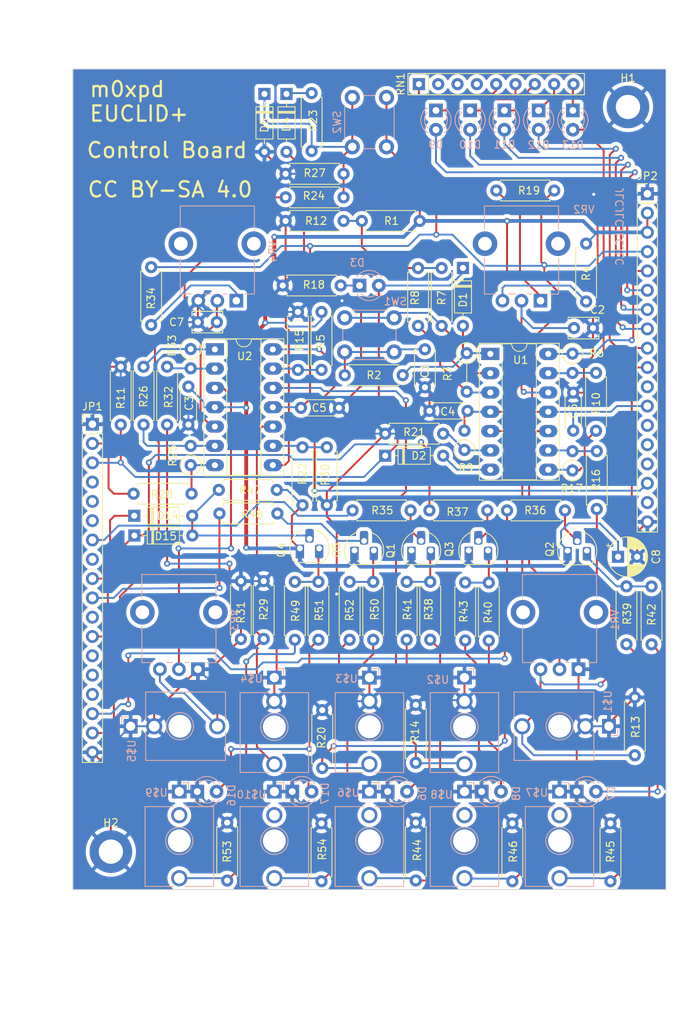
<source format=kicad_pcb>
(kicad_pcb (version 20221018) (generator pcbnew)
  (layers (0 "F.Cu" signal) (31 "B.Cu" signal) (34 "B.Paste" user) (35 "F.Paste" user) (36 "B.SilkS" user "B.Silkscreen") (37 "F.SilkS" user "F.Silkscreen") (38 "B.Mask" user) (39 "F.Mask" user) (44 "Edge.Cuts" user))
  (net 0 "")
  (net 1 "+12V")
  (net 2 "GND")
  (net 3 "-12V")
  (net 4 "Net-(U1D-+)")
  (net 5 "Net-(U2B-+)")
  (net 6 "Net-(C1-Pad2)")
  (net 7 "Net-(D1-A)")
  (net 8 "A4")
  (net 9 "Net-(D2-A)")
  (net 10 "A3")
  (net 11 "Net-(D3-K)")
  (net 12 "A2")
  (net 13 "Net-(D4-K)")
  (net 14 "A1")
  (net 15 "Net-(D4-A)")
  (net 16 "A0")
  (net 17 "Net-(D5-K)")
  (net 18 "Net-(D7-A)")
  (net 19 "Net-(D8-A)")
  (net 20 "ESYNC")
  (net 21 "Net-(D9-K)")
  (net 22 "_Q")
  (net 23 "Net-(D10-K)")
  (net 24 "INPUT")
  (net 25 "Net-(D11-K)")
  (net 26 "Net-(D12-K)")
  (net 27 "VCO_IN")
  (net 28 "Net-(D13-K)")
  (net 29 "Net-(D14-A)")
  (net 30 "Net-(D16-A)")
  (net 31 "MULT")
  (net 32 "Net-(D17-A)")
  (net 33 "Q")
  (net 38 "DIV_Out")
  (net 39 "RESET")
  (net 40 "ADC_IN")
  (net 45 "CLOCK_IN")
  (net 48 "Net-(D6-A)")
  (net 52 "Net-(Q1-B)")
  (net 53 "Net-(Q1-E)")
  (net 54 "Net-(Q2-B)")
  (net 55 "Net-(Q2-E)")
  (net 56 "Net-(Q3-B)")
  (net 57 "Net-(U1D--)")
  (net 58 "Net-(Q3-E)")
  (net 59 "Net-(U1C--)")
  (net 60 "Net-(VR4-A)")
  (net 61 "Net-(U2A--)")
  (net 62 "Net-(Q4-E)")
  (net 63 "Net-(Q5-B)")
  (net 64 "Net-(U2B--)")
  (net 65 "Net-(VR2-E)")
  (net 66 "Net-(Q5-E)")
  (net 67 "Net-(U1A--)")
  (net 68 "Net-(U1A-+)")
  (net 72 "Net-(R1-Pad1)")
  (net 73 "Net-(VR2-A)")
  (net 74 "Net-(R10-Pad2)")
  (net 75 "Net-(R25-Pad1)")
  (net 76 "Net-(R26-Pad2)")
  (net 77 "Net-(U1B--)")
  (net 78 "Net-(U2D--)")
  (net 79 "Net-(U2C--)")
  (net 80 "Net-(U1C-+)")
  (net 81 "Net-(U2A-+)")
  (net 82 "Net-(U2D-+)")
  (net 83 "Net-(U1B-+)")
  (net 84 "Net-(VR3-E)")
  (net 85 "Net-(U2C-+)")
  (net 86 "Net-(VR1-E)")
  (net 87 "Net-(R38-Pad1)")
  (net 88 "Net-(R39-Pad1)")
  (net 89 "Net-(R40-Pad1)")
  (net 90 "Net-(R49-Pad1)")
  (net 91 "Net-(R50-Pad1)")
  (footprint "Resistor_THT:R_Axial_DIN0207_L6.3mm_D2.5mm_P7.62mm_Horizontal" (layer "F.Cu") (at 120.3 149.19 -90)
    (fp_text reference "R53")
    (fp_text value "4k7" hide)
  )
  (footprint "Resistor_THT:R_Axial_DIN0207_L6.3mm_D2.5mm_P5.08mm_Vertical" (layer "F.Cu") (at 151.8 87.4 -90)
    (fp_text reference "R3")
    (fp_text value "220k" hide)
  )
  (footprint "Package_DIP:DIP-14_W7.62mm_Socket_LongPads" (layer "F.Cu") (at 118.68 86.9)
    (fp_text reference "U2")
    (fp_text value "TL084")
  )
  (footprint "Resistor_THT:R_Axial_DIN0207_L6.3mm_D2.5mm_P7.62mm_Horizontal" (layer "F.Cu") (at 143.9 125.12 90)
    (fp_text reference "R41")
    (fp_text value "1k" hide)
  )
  (footprint "Resistor_THT:R_Axial_DIN0207_L6.3mm_D2.5mm_P7.62mm_Horizontal" (layer "F.Cu") (at 127.98 63.8)
    (fp_text reference "R27")
    (fp_text value "10k" hide)
  )
  (footprint "Capacitor_THT:C_Disc_D4.3mm_W1.9mm_P5.00mm" (layer "F.Cu") (at 135 94.6 180)
    (fp_text reference "C5")
    (fp_text value "100n" hide)
  )
  (footprint "Resistor_THT:R_Axial_DIN0207_L6.3mm_D2.5mm_P7.62mm_Horizontal" (layer "F.Cu") (at 136.4 125.12 90)
    (fp_text reference "R52")
    (fp_text value "1k" hide)
  )
  (footprint "Resistor_THT:R_Axial_DIN0207_L6.3mm_D2.5mm_P7.62mm_Horizontal" (layer "F.Cu") (at 168.9 100.29 -90)
    (fp_text reference "R16")
    (fp_text value "47k" hide)
  )
  (footprint "Resistor_THT:R_Axial_DIN0207_L6.3mm_D2.5mm_P7.62mm_Horizontal" (layer "F.Cu") (at 106.3 89.19 -90)
    (fp_text reference "R11")
    (fp_text value "10k" hide)
  )
  (footprint "Package_TO_SOT_THT:TO-92_HandSolder" (layer "F.Cu") (at 129.86 113.1)
    (fp_text reference "Q4")
    (fp_text value "BC546" hide)
  )
  (footprint "Resistor_THT:R_Axial_DIN0207_L6.3mm_D2.5mm_P7.62mm_Horizontal" (layer "F.Cu") (at 125.1 117.4 -90)
    (fp_text reference "R29")
    (fp_text value "100k" hide)
  )
  (footprint "Resistor_THT:R_Axial_DIN0207_L6.3mm_D2.5mm_P7.62mm_Horizontal" (layer "F.Cu") (at 155.69 66)
    (fp_text reference "R19")
    (fp_text value "270k" hide)
  )
  (footprint "Resistor_THT:R_Axial_DIN0207_L6.3mm_D2.5mm_P7.62mm_Horizontal" (layer "F.Cu") (at 145.1 133.69 -90)
    (fp_text reference "R14")
    (fp_text value "100k" hide)
  )
  (footprint "Connector_PinHeader_2.54mm:PinHeader_1x18_P2.54mm_Vertical" (layer "F.Cu") (at 175.55 66.425)
    (fp_text reference "JP2")
    (fp_text value "~" hide)
  )
  (footprint "Resistor_THT:R_Axial_DIN0207_L6.3mm_D2.5mm_P7.62mm_Horizontal" (layer "F.Cu") (at 127.6 78.5)
    (fp_text reference "R18")
    (fp_text value "1k" hide)
  )
  (footprint "Package_TO_SOT_THT:TO-92_HandSolder" (layer "F.Cu") (at 165.06 113.4)
    (fp_text reference "Q2")
    (fp_text value "BC546" hide)
  )
  (footprint "Resistor_THT:R_Axial_DIN0207_L6.3mm_D2.5mm_P7.62mm_Horizontal" (layer "F.Cu") (at 145.1 149.18 -90)
    (fp_text reference "R44")
    (fp_text value "4k7" hide)
  )
  (footprint "Resistor_THT:R_Axial_DIN0207_L6.3mm_D2.5mm_P7.62mm_Horizontal" (layer "F.Cu") (at 173.9 140.32 90)
    (fp_text reference "R13")
    (fp_text value "100k" hide)
  )
  (footprint "Resistor_THT:R_Axial_DIN0207_L6.3mm_D2.5mm_P7.62mm_Horizontal" (layer "F.Cu") (at 127.98 66.9)
    (fp_text reference "R24")
    (fp_text value "100k" hide)
  )
  (footprint "Capacitor_THT:C_Disc_D4.3mm_W1.9mm_P5.00mm" (layer "F.Cu") (at 151.9 95 180)
    (fp_text reference "C4")
    (fp_text value "100n" hide)
  )
  (footprint "Resistor_THT:R_Axial_DIN0207_L6.3mm_D2.5mm_P7.62mm_Horizontal" (layer "F.Cu") (at 129.2 125.12 90)
    (fp_text reference "R49")
    (fp_text value "10k" hide)
  )
  (footprint "Capacitor_THT:C_Disc_D4.3mm_W1.9mm_P5.00mm" (layer "F.Cu") (at 165.8 92.6 -90)
    (fp_text reference "C6")
    (fp_text value "100n" hide)
  )
  (footprint "Diode_THT:D_DO-35_SOD27_P7.62mm_Horizontal" (layer "F.Cu") (at 128.1 53.29 -90)
    (fp_text reference "D4")
    (fp_text value "1N4148" hide)
  )
  (footprint "Resistor_THT:R_Axial_DIN0207_L6.3mm_D2.5mm_P7.62mm_Horizontal" (layer "F.Cu") (at 168.8 89.99 -90)
    (fp_text reference "R10")
    (fp_text value "10k" hide)
  )
  (footprint "Diode_THT:D_DO-35_SOD27_P7.62mm_Horizontal" (layer "F.Cu") (at 141.08 100.9)
    (fp_text reference "D2")
    (fp_text value "1N4148" hide)
  )
  (footprint "Package_TO_SOT_THT:TO-92_HandSolder" (layer "F.Cu") (at 137.03 113.37)
    (fp_text reference "Q5")
    (fp_text value "BC546" hide)
  )
  (footprint "Resistor_THT:R_Axial_DIN0207_L6.3mm_D2.5mm_P7.62mm_Horizontal" (layer "F.Cu") (at 176.1 125.72 90)
    (fp_text reference "R42")
    (fp_text value "1k" hide)
  )
  (footprint "Diode_THT:D_DO-35_SOD27_P7.62mm_Horizontal" (layer "F.Cu") (at 125.2 53.29 -90)
    (fp_text reference "D5")
    (fp_text value "1N4148" hide)
  )
  (footprint "Resistor_THT:R_Axial_DIN0207_L6.3mm_D2.5mm_P2.54mm_Vertical" (layer "F.Cu") (at 165.7 87.46 -90)
    (fp_text reference "R6")
    (fp_text value "56k" hide)
  )
  (footprint "Resistor_THT:R_Axial_DIN0207_L6.3mm_D2.5mm_P7.62mm_Horizontal" (layer "F.Cu") (at 126.9 108.5 180)
    (fp_text reference "R48")
    (fp_text value "10k" hide)
  )
  (footprint "Capacitor_THT:CP_Radial_D5.0mm_P2.50mm" (layer "F.Cu") (at 171.7 114.2)
    (fp_text reference "C8")
    (fp_text value "1u" hide)
  )
  (footprint "Resistor_THT:R_Axial_DIN0207_L6.3mm_D2.5mm_P7.62mm_Horizontal" (layer "F.Cu") (at 151.6 125.21 90)
    (fp_text reference "R43")
    (fp_text value "1k" hide)
  )
  (footprint "Diode_THT:D_DO-35_SOD27_P7.62mm_Horizontal" (layer "F.Cu") (at 108.08 108.8)
    (fp_text reference "D14")
    (fp_text value "1N4148" hide)
  )
  (footprint "Capacitor_THT:C_Disc_D3.8mm_W2.6mm_P2.50mm" (layer "F.Cu") (at 168.4 84.1 180)
    (fp_text reference "C2")
    (fp_text value "10n" hide)
  )
  (footprint "Resistor_THT:R_Axial_DIN0207_L6.3mm_D2.5mm_P7.62mm_Horizontal" (layer "F.Cu") (at 132.3 125.12 90)
    (fp_text reference "R51")
    (fp_text value "10k" hide)
  )
  (footprint "Resistor_THT:R_Axial_DIN0207_L6.3mm_D2.5mm_P7.62mm_Horizontal" (layer "F.Cu") (at 145.4 83.82 90)
    (fp_text reference "R8")
    (fp_text value "10k" hide)
  )
  (footprint "Resistor_THT:R_Axial_DIN0207_L6.3mm_D2.5mm_P7.62mm_Horizontal" (layer "F.Cu") (at 154.7 125.22 90)
    (fp_text reference "R40")
    (fp_text value "1k2" hide)
  )
  (footprint "Capacitor_THT:C_Disc_D4.7mm_W2.5mm_P5.00mm" (layer "F.Cu") (at 146.3 91.9 90)
    (fp_text reference "C1")
    (fp_text value "100n" hide)
  )
  (footprint "Resistor_THT:R_Axial_DIN0207_L6.3mm_D2.5mm_P7.62mm_Horizontal" (layer "F.Cu") (at 127.98 70)
    (fp_text reference "R12")
    (fp_text value "10k" hide)
  )
  (footprint "Capacitor_THT:C_Disc_D4.3mm_W1.9mm_P5.00mm" (layer "F.Cu") (at 115.2 91.8 -90)
    (fp_text reference "C3")
    (fp_text value "100n" hide)
  )
  (footprint "Resistor_THT:R_Axial_DIN0207_L6.3mm_D2.5mm_P7.62mm_Horizontal" (layer "F.Cu") (at 130.2 99.79 -90)
    (fp_text reference "R22")
    (fp_text value "100k" hide)
  )
  (footprint "Resistor_THT:R_Axial_DIN0207_L6.3mm_D2.5mm_P7.62mm_Horizontal" (layer "F.Cu") (at 144.41 108.1 180)
    (fp_text reference "R35")
    (fp_text value "10k" hide)
  )
  (footprint "Resistor_THT:R_Axial_DIN0207_L6.3mm_D2.5mm_P7.62mm_Horizontal" (layer "F.Cu") (at 164.72 108.1 180)
    (fp_text reference "R36")
    (fp_text value "10k" hide)
  )
  (footprint "Resistor_THT:R_Axial_DIN0207_L6.3mm_D2.5mm_P7.62mm_Horizontal" (layer "F.Cu") (at 132.7 89.6 90)
    (fp_text reference "R5")
    (fp_text value "100k" hide)
  )
  (footprint "Resistor_THT:R_Axial_DIN0207_L6.3mm_D2.5mm_P7.62mm_Horizontal" (layer "F.Cu") (at 148.5 76.2 -90)
    (fp_text reference "R7")
    (fp_text value "10k" hide)
  )
  (footprint "Diode_THT:D_DO-35_SOD27_P7.62mm_Horizontal" (layer "F.Cu") (at 151.3 76.19 -90)
    (fp_text reference "D1")
    (fp_text value "1N4148" hide)
  )
  (footprint "Capacitor_THT:C_Disc_D3.8mm_W2.6mm_P2.50mm" (layer "F.Cu") (at 116.44 83.32)
    (fp_text reference "C7")
    (fp_text value "10n" hide)
  )
  (footprint "Resistor_THT:R_Axial_DIN0207_L6.3mm_D2.5mm_P7.62mm_Horizontal" (layer "F.Cu") (at 135.76 90.3)
    (fp_text reference "R2")
    (fp_text value "3M3" hide)
  )
  (footprint "Resistor_THT:R_Axial_DIN0207_L6.3mm_D2.5mm_P7.62mm_Horizontal" (layer "F.Cu") (at 119.2 105.4)
    (fp_text reference "R47")
    (fp_text value "10k" hide)
  )
  (footprint "Resistor_THT:R_Axial_DIN0207_L6.3mm_D2.5mm_P2.54mm_Vertical" (layer "F.Cu") (at 151.5 100.145 90)
    (fp_text reference "R9")
    (fp_text value "100k" hide)
  )
  (footprint "Resistor_THT:R_Axial_DIN0207_L6.3mm_D2.5mm_P2.54mm_Vertical" (layer "F.Cu") (at 115.5 102.14 90)
    (fp_text reference "R25")
    (fp_text value "10k")
  )
  (footprint "Resistor_THT:R_Axial_DIN0207_L6.3mm_D2.5mm_P7.62mm_Horizontal" (layer "F.Cu") (at 167.5 72.99 -90)
    (fp_text reference "R4")
    (fp_text value "270k" hide)
  )
  (footprint "Resistor_THT:R_Axial_DIN0207_L6.3mm_D2.5mm_P7.62mm_Horizontal" (layer "F.Cu") (at 110.3 83.7 90)
    (fp_text reference "R34")
    (fp_text value "180k" hide)
  )
  (footprint "MountingHole:MountingHole_3.2mm_M3_DIN965_Pad_TopBottom" (layer "F.Cu") (at 173 55)
    (fp_text reference "H1")
    (fp_text value "MountingHole_Pad" hide)
  )
  (footprint "Resistor_THT:R_Axial_DIN0207_L6.3mm_D2.5mm_P7.62mm_Horizontal" (layer "F.Cu") (at 132.7 149.28 -90)
    (fp_text reference "R54")
    (fp_text value "4k7" hide)
  )
  (footprint "Resistor_THT:R_Axial_DIN0207_L6.3mm_D2.5mm_P7.62mm_Horizontal" (layer "F.Cu") (at 112.4 89.19 -90)
    (fp_text reference "R32")
    (fp_text value "47k" hide)
  )
  (footprint "Resistor_THT:R_Axial_DIN0207_L6.3mm_D2.5mm_P7.62mm_Horizontal" (layer "F.Cu") (at 147 125.11 90)
    (fp_text reference "R38")
    (fp_text value "1k2" hide)
  )
  (footprint "Resistor_THT:R_Axial_DIN0207_L6.3mm_D2.5mm_P2.54mm_Vertical" (layer "F.Cu") (at 115.5 86.86 -90)
    (fp_text reference "R33")
    (fp_text value "47k" hide)
  )
  (footprint "Resistor_THT:R_Axial_DIN0207_L6.3mm_D2.5mm_P7.62mm_Horizontal" (layer "F.Cu") (at 170.7 149.28 -90)
    (fp_text reference "R45")
    (fp_text value "4k7" hide)
  )
  (footprint "Resistor_THT:R_Axial_DIN0207_L6.3mm_D2.5mm_P7.62mm_Horizontal" (layer "F.Cu") (at 157.8 149.28 -90)
    (fp_text reference "R46")
    (fp_text value "4k7" hide)
  )
  (footprint "Resistor_THT:R_Axial_DIN0207_L6.3mm_D2.5mm_P7.62mm_Horizontal" (layer "F.Cu") (at 122.1 125.02 90)
    (fp_text reference "R31")
    (fp_text value "100k" hide)
  )
  (footprint "Package_TO_SOT_THT:TO-92_HandSolder" (layer "F.Cu") (at 152.06 113.37)
    (fp_text reference "Q3")
    (fp_text value "BC546" hide)
  )
  (footprint "Resistor_THT:R_Axial_DIN0207_L6.3mm_D2.5mm_P7.62mm_Horizontal" (layer "F.Cu") (at 132.8 134.38 -90)
    (fp_text reference "R20")
    (fp_text value "100k" hide)
  )
  (footprint "Resistor_THT:R_Axial_DIN0207_L6.3mm_D2.5mm_P7.62mm_Horizontal" (layer "F.Cu") (at 154.51 108.1 180)
    (fp_text reference "R37")
    (fp_text value "10k" hide)
  )
  (footprint "MountingHole:MountingHole_3.2mm_M3_DIN965_Pad_TopBottom" (layer "F.Cu") (at 105 153)
    (fp_text reference "H2")
    (fp_text value "MountingHole_Pad" hide)
  )
  (footprint "Package_DIP:DIP-14_W7.62mm_Socket_LongPads" (layer "F.Cu") (at 154.9 87.5)
    (fp_text reference "U1")
    (fp_text value "TL084")
  )
  (footprint "Resistor_THT:R_Axial_DIN0207_L6.3mm_D2.5mm_P7.62mm_Horizontal" (layer "F.Cu") (at 138 70)
    (fp_text reference "R1")
    (fp_text value "10k" hide)
  )
  (footprint "Resistor_THT:R_Axial_DIN0207_L6.3mm_D2.5mm_P7.62mm_Horizontal" (layer "F.Cu") (at 141.08 98)
    (fp_text reference "R21")
    (fp_text value "15k" hide)
  )
  (footprint "Package_TO_SOT_THT:TO-92_HandSolder" (layer "F.Cu") (at 144.53 113.37)
    (fp_text reference "Q1")
    (fp_text value "BC546" hide)
  )
  (footprint "Resistor_THT:R_Axial_DIN0207_L6.3mm_D2.5mm_P7.62mm_Horizontal" (layer "F.Cu") (at 133.4 107.4 90)
    (fp_text reference "R30")
    (fp_text value "15k" hide)
  )
  (footprint "Resistor_THT:R_Axial_DIN0207_L6.3mm_D2.5mm_P7.62mm_Horizontal" (layer "F.Cu") (at 115.61 105.9 180)
    (fp_text reference "R28")
    (fp_text value "100k" hide)
  )
  (footprint "Resistor_THT:R_Axial_DIN0207_L6.3mm_D2.5mm_P2.54mm_Vertical" (layer "F.Cu") (at 165.7 102.84 90)
    (fp_text reference "R17")
    (fp_text value "47k" hide)
  )
  (footprint "Diode_THT:D_DO-35_SOD27_P7.62mm_Horizontal" (layer "F.Cu") (at 108.1 111.4)
    (fp_text reference "D15")
    (fp_text value "1N4148" hide)
  )
  (footprint "Resistor_THT:R_Array_SIP9" (layer "F.Cu") (at 145.51 52)
    (fp_text reference "RN1")
    (fp_text value "100k" hide)
  )
  (footprint "Resistor_THT:R_Axial_DIN0207_L6.3mm_D2.5mm_P7.62mm_Horizontal" (layer "F.Cu") (at 139.5 125.12 90)
    (fp_text reference "R50")
    (fp_text value "1k2" hide)
  )
  (footprint "Resistor_THT:R_Axial_DIN0207_L6.3mm_D2.5mm_P7.62mm_Horizontal" (layer "F.Cu") (at 109.3 96.81 90)
    (fp_text reference "R26")
    (fp_text value "10k" hide)
  )
  (footprint "Resistor_THT:R_Axial_DIN0207_L6.3mm_D2.5mm_P7.62mm_Horizontal" (layer "F.Cu") (at 131.4 60.8 90)
    (fp_text reference "R23")
    (fp_text value "1k" hide)
  )
  (footprint "Connector_PinHeader_2.54mm:PinHeader_1x18_P2.54mm_Vertical" (layer "F.Cu") (at 102.575 96.75)
    (fp_text reference "JP1")
    (fp_text value "~" hide)
  )
  (footprint "Resistor_THT:R_Axial_DIN0207_L6.3mm_D2.5mm_P7.62mm_Horizontal" (layer "F.Cu") (at 172.8 125.71 90)
    (fp_text reference "R39")
    (fp_text value "1k2" hide)
  )
  (footprint "Resistor_THT:R_Axial_DIN0207_L6.3mm_D2.5mm_P7.62mm_Horizontal" (layer "F.Cu") (at 129.6 81.98 -90)
    (fp_text reference "R15")
    (fp_text value "15k" hide)
  )
  (footprint "Connector_Audio:Jack_3.5mm_QingPu_WQP-PJ398SM_Vertical_CircularHoles" (layer "B.Cu") (at 139 130.1 180)
    (fp_text reference "U$3")
    (fp_text value "THONKICONN_JACK" hide)
  )
  (footprint "LED_THT:LED_D3.0mm" (layer "B.Cu") (at 128.86 145.1)
    (fp_text reference "D17")
    (fp_text value "LED" hide)
  )
  (footprint "Connector_Audio:Jack_3.5mm_QingPu_WQP-PJ398SM_Vertical_CircularHoles" (layer "B.Cu") (at 139 145.1 180)
    (fp_text reference "U$6")
    (fp_text value "THONKICONN_JACK" hide)
  )
  (footprint "LED_THT:LED_D3.0mm" (layer "B.Cu") (at 156.75 55.46 -90)
    (fp_text reference "D11")
    (fp_text value "LED" hide)
  )
  (footprint "Connector_Audio:Jack_3.5mm_QingPu_WQP-PJ398SM_Vertical_CircularHoles" (layer "B.Cu") (at 151.5 145.1 180)
    (fp_text reference "U$8")
    (fp_text value "THONKICONN_JACK" hide)
  )
  (footprint "Potentiometer_THT:Potentiometer_Alpha_RD901F-40-00D_Single_Vertical_CircularHoles" (layer "B.Cu") (at 121.5 80.5 90)
    (fp_text reference "VR4")
    (fp_text value "B100k" hide)
  )
  (footprint "LED_THT:LED_D3.0mm" (layer "B.Cu") (at 116.36 145.1)
    (fp_text reference "D16")
    (fp_text value "LED" hide)
  )
  (footprint "LED_THT:LED_D3.0mm" (layer "B.Cu") (at 166.26 145.1)
    (fp_text reference "D7")
    (fp_text value "LED" hide)
  )
  (footprint "Button_Switch_THT:SW_PUSH_6mm_H13mm" (layer "B.Cu") (at 142.25 82.75 180)
    (fp_text reference "SW1")
    (fp_text value "SW_Push" hide)
  )
  (footprint "LED_THT:LED_D3.0mm" (layer "B.Cu") (at 152.25 55.46 -90)
    (fp_text reference "D10")
    (fp_text value "LED" hide)
  )
  (footprint "Potentiometer_THT:Potentiometer_Alpha_RD901F-40-00D_Single_Vertical_CircularHoles" (layer "B.Cu") (at 116.45 129 90)
    (fp_text reference "VR3")
    (fp_text value "B100k")
  )
  (footprint "Connector_Audio:Jack_3.5mm_QingPu_WQP-PJ398SM_Vertical_CircularHoles" (layer "B.Cu") (at 114 145.1 180)
    (fp_text reference "U$9")
    (fp_text value "THONKICONN_JACK" hide)
  )
  (footprint "LED_THT:LED_D3.0mm" (layer "B.Cu") (at 161.25 55.46 -90)
    (fp_text reference "D12")
    (fp_text value "LED" hide)
  )
  (footprint "Connector_Audio:Jack_3.5mm_QingPu_WQP-PJ398SM_Vertical_CircularHoles" (layer "B.Cu") (at 170.5 136.5 90)
    (fp_text reference "U$1")
    (fp_text value "THONKICONN_JACK" hide)
  )
  (footprint "LED_THT:LED_D3.0mm" (layer "B.Cu") (at 141.4 145.1)
    (fp_text reference "D6")
    (fp_text value "LED" hide)
  )
  (footprint "Button_Switch_THT:SW_PUSH_6mm_H13mm" (layer "B.Cu") (at 136.75 53.75 -90)
    (fp_text reference "SW2")
    (fp_text value "SW_Push")
  )
  (footprint "Connector_Audio:Jack_3.5mm_QingPu_WQP-PJ398SM_Vertical_CircularHoles" (layer "B.Cu") (at 107.6 136.5 -90)
    (fp_text reference "U$5")
    (fp_text value "THONKICONN_JACK" hide)
  )
  (footprint "Connector_Audio:Jack_3.5mm_QingPu_WQP-PJ398SM_Vertical_CircularHoles" (layer "B.Cu") (at 126.5 130.1 180)
    (fp_text reference "U$4")
    (fp_text value "THONKICONN_JACK" hide)
  )
  (footprint "Connector_Audio:Jack_3.5mm_QingPu_WQP-PJ398SM_Vertical_CircularHoles" (layer "B.Cu") (at 164 145.1 180)
    (fp_text reference "U$7")
    (fp_text value "THONKICONN_JACK" hide)
  )
  (footprint "Potentiometer_THT:Potentiometer_Alpha_RD901F-40-00D_Single_Vertical_CircularHoles" (layer "B.Cu") (at 161.5 80.5 90)
    (fp_text reference "VR2")
    (fp_text value "B100k" hide)
  )
  (footprint "Connector_Audio:Jack_3.5mm_QingPu_WQP-PJ398SM_Vertical_CircularHoles" (layer "B.Cu") (at 151.5 130.1 180)
    (fp_text reference "U$2")
    (fp_text value "THONKICONN_JACK" hide)
  )
  (footprint "LED_THT:LED_D3.0mm" (layer "B.Cu") (at 153.76 145.1)
    (fp_text reference "D8")
    (fp_text value "LED" hide)
  )
  (footprint "LED_THT:LED_D3.0mm" (layer "B.Cu") (at 147.75 55.46 -90)
    (fp_text reference "D9")
    (fp_text value "LED" hide)
  )
  (footprint "Connector_Audio:Jack_3.5mm_QingPu_WQP-PJ398SM_Vertical_CircularHoles" (layer "B.Cu") (at 126.5 145.1 180)
    (fp_text reference "U$10")
    (fp_text value "THONKICONN_JACK" hide)
  )
  (footprint "LED_THT:LED_D3.0mm" (layer "B.Cu") (at 165.75 55.46 -90)
    (fp_text reference "D13")
    (fp_text value "LED" hide)
  )
  (footprint "Potentiometer_THT:Potentiometer_Alpha_RD901F-40-00D_Single_Vertical_CircularHoles" (layer "B.Cu") (at 166.5 129 90)
    (fp_text reference "VR1")
    (fp_text value "B100k")
  )
  (footprint "LED_THT:LED_D3.0mm" (layer "B.Cu") (at 137.7 78.5)
    (fp_text reference "D3")
    (fp_text value "LED" hide)
  )
  (gr_line (start 100 158) (end 100 50) (stroke (width 0.1)) (layer "Edge.Cuts"))
  (gr_line (start 100 50) (end 178 50) (stroke (width 0.1)) (layer "Edge.Cuts"))
  (gr_line (start 178 50) (end 178 158) (stroke (width 0.1)) (layer "Edge.Cuts"))
  (gr_line (start 178 158) (end 100 158) (stroke (width 0.1)) (layer "Edge.Cuts"))
  (gr_text "JLCJLCJLCJLC" (at 172.5 65.5 90) (layer "B.SilkS") (effects (font (size 1 1)) (justify left bottom mirror)))
  (gr_text "Control Board" (at 101.66 61.86) (layer "F.SilkS") (effects (font (size 2 2) (thickness 0.3)) (justify left bottom)))
  (gr_text "CC BY-SA 4.0" (at 101.78 67.04) (layer "F.SilkS") (effects (font (size 2 2) (thickness 0.3)) (justify left bottom)))
  (gr_text "m0xpd \nEUCLID+" (at 102.04 57.06) (layer "F.SilkS") (effects (font (size 2 2) (thickness 0.3)) (justify left bottom)))
  (segment (start 122.8 94.6) (end 122.8 113) (width 0.5) (layer "F.Cu") (net 1))
  (segment (start 157.1 70) (end 157.1 76.5) (width 0.25) (layer "F.Cu") (net 1))
  (segment (start 128.8 112.1) (end 128.8 108.81) (width 0.25) (layer "F.Cu") (net 1))
  (segment (start 125.3 83.4) (end 125.3 83.5) (width 0.5) (layer "F.Cu") (net 1))
  (segment (start 154.9 78.7) (end 154.9 81.5) (width 0.25) (layer "F.Cu") (net 1))
  (segment (start 129.86 113.1) (end 129.8 113.1) (width 0.5) (layer "F.Cu") (net 1))
  (segment (start 157.08 95.12) (end 154.9 95.12) (width 0.25) (layer "F.Cu") (net 1))
  (segment (start 126.5 72.1) (end 126.5 75.9) (width 0.5) (layer "F.Cu") (net 1))
  (segment (start 141.25 60.25) (end 145.62 64.62) (width 0.25) (layer "F.Cu") (net 1))
  (segment (start 157.1 83.7) (end 157.1 95.1) (width 0.25) (layer "F.Cu") (net 1))
  (segment (start 129.8 113.1) (end 128.8 112.1) (width 0.25) (layer "F.Cu") (net 1))
  (segment (start 122.8 86) (end 122.8 94.6) (width 0.5) (layer "F.Cu") (net 1))
  (segment (start 151.5 97.605) (end 151.5 95.4) (width 0.25) (layer "F.Cu") (net 1))
  (segment (start 126.5 75.9) (end 125.3 77.1) (width 0.5) (layer "F.Cu") (net 1))
  (segment (start 157.1 76.5) (end 154.9 78.7) (width 0.25) (layer "F.Cu") (net 1))
  (segment (start 125.3 77.1) (end 125.3 83.4) (width 0.5) (layer "F.Cu") (net 1))
  (segment (start 151.5 95.4) (end 151.9 95) (width 0.25) (layer "F.Cu") (net 1))
  (segment (start 125.3 83.5) (end 122.8 86) (width 0.5) (layer "F.Cu") (net 1))
  (segment (start 141.25 60.25) (end 141.25 53.75) (width 0.25) (layer "F.Cu") (net 1))
  (segment (start 175.55 68.965) (end 175.55 71.505) (width 0.25) (layer "F.Cu") (net 1))
  (segment (start 145.62 64.62) (end 145.62 70) (width 0.25) (layer "F.Cu") (net 1))
  (segment (start 157.1 95.1) (end 157.08 95.12) (width 0.25) (layer "F.Cu") (net 1))
  (segment (start 128.8 108.81) (end 130.2 107.41) (width 0.25) (layer "F.Cu") (net 1))
  (segment (start 154.9 81.5) (end 157.1 83.7) (width 0.25) (layer "F.Cu") (net 1))
  (via (at 122.8 94.6) (size 0.8) (drill 0.4) (layers "F.Cu" "B.Cu") (net 1))
  (via (at 122.8 113) (size 0.8) (drill 0.4) (layers "F.Cu" "B.Cu") (net 1))
  (via (at 125.3 83.4) (size 0.8) (drill 0.4) (layers "F.Cu" "B.Cu") (net 1))
  (via (at 157.1 70) (size 0.8) (drill 0.4) (layers "F.Cu" "B.Cu") (net 1))
  (via (at 126.5 72.1) (size 0.8) (drill 0.4) (layers "F.Cu" "B.Cu") (net 1))
  (segment (start 122.9 113.1) (end 129.86 113.1) (width 0.5) (layer "B.Cu") (net 1))
  (segment (start 126.82 105.4) (end 128.19 105.4) (width 0.25) (layer "B.Cu") (net 1))
  (segment (start 165.2 109.8) (end 169.3 109.8) (width 0.25) (layer "B.Cu") (net 1))
  (segment (start 132.7 83) (end 131.8 83.9) (width 0.25) (layer "B.Cu") (net 1))
  (segment (start 152.06 114.86) (end 152.6 115.4) (width 0.5) (layer "B.Cu") (net 1))
  (segment (start 132.7 81.98) (end 132.7 83) (width 0.25) (layer "B.Cu") (net 1))
  (segment (start 130.5 115.4) (end 136.2 115.4) (width 0.5) (layer "B.Cu") (net 1))
  (segment (start 127.9 83.4) (end 128.4 83.9) (width 0.25) (layer "B.Cu") (net 1))
  (segment (start 145.2 115.4) (end 151.4 115.4) (width 0.5) (layer "B.Cu") (net 1))
  (segment (start 143.52 72.1) (end 126.5 72.1) (width 0.5) (layer "B.Cu") (net 1))
  (segment (start 144.53 113.37) (end 144.53 114.73) (width 0.25) (layer "B.Cu") (net 1))
  (segment (start 129.86 113.1) (end 129.86 114.76) (width 0.5) (layer "B.Cu") (net 1))
  (segment (start 152.06 114.74) (end 152.06 113.37) (width 0.25) (layer "B.Cu") (net 1))
  (segment (start 122.8 94.6) (end 122.72 94.52) (width 0.25) (layer "B.Cu") (net 1))
  (segment (start 144.53 114.77) (end 144.53 113.37) (width 0.25) (layer "B.Cu") (net 1))
  (segment (start 122.8 113) (end 122.9 113.1) (width 0.25) (layer "B.Cu") (net 1))
  (segment (start 164.2 112.5) (end 164.2 110.8) (width 0.25) (layer "B.Cu") (net 1))
  (segment (start 117.22 93.82) (end 115.2 91.8) (width 0.25) (layer "B.Cu") (net 1))
  (segment (start 136.2 115.4) (end 137.03 114.57) (width 0.5) (layer "B.Cu") (net 1))
  (segment (start 118.68 94.52) (end 117.22 94.52) (width 0.25) (layer "B.Cu") (net 1))
  (segment (start 143.8 115.5) (end 144.53 114.77) (width 0.5) (layer "B.Cu") (net 1))
  (segment (start 152.6 115.4) (end 164.5 115.4) (width 0.5) (layer "B.Cu") (net 1))
  (segment (start 137.03 114.57) (end 137.03 113.37) (width 0.25) (layer "B.Cu") (net 1))
  (segment (start 125.3 83.4) (end 127.9 83.4) (width 0.25) (layer "B.Cu") (net 1))
  (segment (start 128.4 83.9) (end 131.4 83.9) (width 0.25) (layer "B.Cu") (net 1))
  (segment (start 169.1 71.505) (end 168.605 71.505) (width 0.25) (layer "B.Cu") (net 1))
  (segment (start 175.55 71.505) (end 169.1 71.505) (width 0.5) (layer "B.Cu") (net 1))
  (segment (start 144.53 114.73) (end 145.2 115.4) (width 0.5) (layer "B.Cu") (net 1))
  (segment (start 152.06 113.37) (end 152.06 114.86) (width 0.25) (layer "B.Cu") (net 1))
  (segment (start 145.62 70) (end 143.52 72.1) (width 0.5) (layer "B.Cu") (net 1))
  (segment (start 169.1 71.505) (end 168.985 71.505) (width 0.5) (layer "B.Cu") (net 1))
  (segment (start 152.02 95.12) (end 151.9 95) (width 0.25) (layer "B.Cu") (net 1))
  (segment (start 168.605 71.505) (end 167.1 70) (width 0.5) (layer "B.Cu") (net 1))
  (segment (start 137.8 115.5) (end 143.8 115.5) (width 0.5) (layer "B.Cu") (net 1))
  (segment (start 157.1 70) (end 145.62 70) (width 0.5) (layer "B.Cu") (net 1))
  (segment (start 122.72 94.52) (end 118.68 94.52) (width 0.25) (layer "B.Cu") (net 1))
  (segment (start 164.5 115.4) (end 165.06 114.84) (width 0.5) (layer "B.Cu") (net 1))
  (segment (start 168.985 71.505) (end 167.5 72.99) (width 0.25) (layer "B.Cu") (net 1))
  (segment (start 165.06 113.4) (end 165.06 113.36) (width 0.25) (layer "B.Cu") (net 1))
  (segment (start 165.06 113.36) (end 164.2 112.5) (width 0.25) (layer "B.Cu") (net 1))
  (segment (start 151.4 115.4) (end 152.06 114.74) (width 0.5) (layer "B.Cu") (net 1))
  (segment (start 128.19 105.4) (end 130.2 107.41) (width 0.25) (layer "B.Cu") (net 1))
  (segment (start 154.9 95.12) (end 152.02 95.12) (width 0.25) (layer "B.Cu") (net 1))
  (segment (start 165.06 114.84) (end 165.06 113.4) (width 0.25) (layer "B.Cu") (net 1))
  (segment (start 171.7 112.2) (end 171.7 114.2) (width 0.25) (layer "B.Cu") (net 1))
  (segment (start 137.03 114.73) (end 137.8 115.5) (width 0.5) (layer "B.Cu") (net 1))
  (segment (start 131.8 83.9) (end 131.4 83.9) (width 0.25) (layer "B.Cu") (net 1))
  (segment (start 117.22 94.52) (end 117.22 93.82) (width 0.25) (layer "B.Cu") (net 1))
  (segment (start 167.1 70) (end 157.1 70) (width 0.5) (layer "B.Cu") (net 1))
  (segment (start 164.2 110.8) (end 165.2 109.8) (width 0.25) (layer "B.Cu") (net 1))
  (segment (start 137.03 113.37) (end 137.03 114.73) (width 0.25) (layer "B.Cu") (net 1))
  (segment (start 169.3 109.8) (end 171.7 112.2) (width 0.25) (layer "B.Cu") (net 1))
  (segment (start 129.86 114.76) (end 130.5 115.4) (width 0.5) (layer "B.Cu") (net 1))
  (segment (start 133.4 107.4) (end 133.4 108.9) (width 0.25) (layer "F.Cu") (net 2))
  (segment (start 170.5 136.5) (end 170.5 136.1) (width 0.25) (layer "F.Cu") (net 2))
  (segment (start 146.9 95) (end 146.9 92.5) (width 0.25) (layer "F.Cu") (net 2))
  (segment (start 135.4 80.5) (end 135.5 80.5) (width 0.25) (layer "F.Cu") (net 2))
  (segment (start 173.805 109.605) (end 173.5 109.3) (width 0.25) (layer "F.Cu") (net 2))
  (segment (start 167.1 92.6) (end 165.8 92.6) (width 0.25) (layer "F.Cu") (net 2))
  (segment (start 170.5 136.1) (end 173.9 132.7) (width 0.25) (layer "F.Cu") (net 2))
  (segment (start 126.5 130.1) (end 126.5 133.2) (width 0.25) (layer "F.Cu") (net 2))
  (segment (start 110.7 134.75) (end 110.7 136.5) (width 0.25) (layer "F.Cu") (net 2))
  (segment (start 127.98 63.8) (end 125.2 61.02) (width 0.25) (layer "F.Cu") (net 2))
  (segment (start 135 94.6) (end 137.8 91.8) (width 0.25) (layer "F.Cu") (net 2))
  (segment (start 172.3 92.6) (end 167.1 92.6) (width 0.25) (layer "F.Cu") (net 2))
  (segment (start 168.4 87.8) (end 167.2 89) (width 0.25) (layer "F.Cu") (net 2))
  (segment (start 173.5 109.3) (end 173.5 93.8) (width 0.25) (layer "F.Cu") (net 2))
  (segment (start 168.4 84.1) (end 168.4 82.35) (width 0.25) (layer "F.Cu") (net 2))
  (segment (start 139 130.1) (end 139 133.2) (width 0.25) (layer "F.Cu") (net 2))
  (segment (start 114 145.1) (end 114 139.8) (width 0.25) (layer "F.Cu") (net 2))
  (segment (start 137.9 81.4) (end 137 80.5) (width 0.25) (layer "F.Cu") (net 2))
  (segment (start 137.9 91.8) (end 137.9 81.4) (width 0.25) (layer "F.Cu") (net 2))
  (segment (start 174.2 110.955) (end 175.55 109.605) (width 0.25) (layer "F.Cu") (net 2))
  (segment (start 167.2 92.5) (end 167.1 92.6) (width 0.25) (layer "F.Cu") (net 2))
  (segment (start 116.44 80.56) (end 116.5 80.5) (width 0.25) (layer "F.Cu") (net 2))
  (segment (start 127.98 63.8) (end 129.4 65.22) (width 0.25) (layer "F.Cu") (net 2))
  (segment (start 133.4 107.4) (end 133.4 105.68) (width 0.25) (layer "F.Cu") (net 2))
  (segment (start 127.98 70) (end 127.98 78.12) (width 0.25) (layer "F.Cu") (net 2))
  (segment (start 169 67) (end 168.5 66.5) (width 0.25) (layer "F.Cu") (net 2))
  (segment (start 104.8 89.1) (end 104.89 89.19) (width 0.25) (layer "F.Cu") (net 2))
  (segment (start 129.4 65.22) (end 129.4 68.58) (width 0.25) (layer "F.Cu") (net 2))
  (segment (start 175.55 57.55) (end 173 55) (width 0.25) (layer "F.Cu") (net 2))
  (segment (start 114 139.8) (end 110.7 136.5) (width 0.25) (layer "F.Cu") (net 2))
  (segment (start 126.5 130.1) (end 126.8 129.8) (width 0.25) (layer "F.Cu") (net 2))
  (segment (start 102.575 139.93) (end 105 142.355) (width 0.25) (layer "F.Cu") (net 2))
  (segment (start 169 81.75) (end 169 67) (width 0.25) (layer "F.Cu") (net 2))
  (segment (start 167.4 136.5) (end 166.26 137.64) (width 0.25) (layer "F.Cu") (net 2))
  (segment (start 166.26 137.64) (end 166.26 145.1) (width 0.25) (layer "F.Cu") (net 2))
  (segment (start 137.8 91.8) (end 137.9 91.8) (width 0.25) (layer "F.Cu") (net 2))
  (segment (start 116.45 129) (end 110.7 134.75) (width 0.25) (layer "F.Cu") (net 2))
  (segment (start 102.575 96.75) (end 102.575 91.325) (width 0.25) (layer "F.Cu") (net 2))
  (segment (start 127.98 78.12) (end 127.6 78.5) (width 0.25) (layer "F.Cu") (net 2))
  (segment (start 173.5 93.8) (end 172.3 92.6) (width 0.25) (layer "F.Cu") (net 2))
  (segment (start 116.44 83.32) (end 116.44 80.56) (width 0.25) (layer "F.Cu") (net 2))
  (segment (start 134.7 110.2) (end 134.7 119.1) (width 0.25) (layer "F.Cu") (net 2))
  (segment (start 105 142.355) (end 105 153) (width 0.25) (layer "F.Cu") (net 2))
  (segment (start 168.4 82.35) (end 169 81.75) (width 0.25) (layer "F.Cu") (net 2))
  (segment (start 168.4 84.1) (end 168.4 87.8) (width 0.25) (layer "F.Cu") (net 2))
  (segment (start 102.575 91.325) (end 104.8 89.1) (width 0.25) (layer "F.Cu") (net 2))
  (segment (start 166.5 135.6) (end 167.4 136.5) (width 0.25) (layer "F.Cu") (net 2))
  (segment (start 167.2 89) (end 167.2 92.5) (width 0.25) (layer "F.Cu") (net 2))
  (segment (start 175.55 66.425) (end 175.55 57.55) (width 0.25) (layer "F.Cu") (net 2))
  (segment (start 174.2 114.2) (end 174.2 110.955) (width 0.25) (layer "F.Cu") (net 2))
  (segment (start 133.4 105.68) (end 141.08 98) (width 0.25) (layer "F.Cu") (net 2))
  (segment (start 133.4 108.9) (end 134.7 110.2) (width 0.25) (layer "F.Cu") (net 2))
  (segment (start 166.5 129) (end 166.5 135.6) (width 0.25) (layer "F.Cu") (net 2))
  (segment (start 175.55 109.605) (end 173.805 109.605) (width 0.25) (layer "F.Cu") (net 2))
  (segment (start 146.9 92.5) (end 146.3 91.9) (width 0.25) (layer "F.Cu") (net 2))
  (segment (start 104.89 89.19) (end 106.3 89.19) (width 0.25) (layer "F.Cu") (net 2))
  (segment (start 125.2 61.02) (end 125.2 60.91) (width 0.25) (layer "F.Cu") (net 2))
  (segment (start 129.4 68.58) (end 127.98 70) (width 0.25) (layer "F.Cu") (net 2))
  (segment (start 126.8 129.8) (end 126.8 119.1) (width 0.25) (layer "F.Cu") (net 2))
  (segment (start 151.5 129.97) (end 151.5 133.07) (width 0.25) (layer "F.Cu") (net 2))
  (segment (start 137 80.5) (end 135.4 80.5) (width 0.25) (layer "F.Cu") (net 2))
  (segment (start 126.8 119.1) (end 125.1 117.4) (width 0.25) (layer "F.Cu") (net 2))
  (via (at 135.4 80.5) (size 0.8) (drill 0.4) (layers "F.Cu" "B.Cu") (net 2))
  (via (at 168.5 66.5) (size 0.8) (drill 0.4) (layers "F.Cu" "B.Cu") (net 2))
  (via (at 134.7 119.1) (size 0.8) (drill 0.4) (layers "F.Cu" "B.Cu") (net 2))
  (segment (start 134.7 95) (end 134.3 94.6) (width 0.25) (layer "B.Cu") (net 2))
  (segment (start 168.575 66.425) (end 168.5 66.5) (width 0.25) (layer "B.Cu") (net 2))
  (segment (start 153.76 145.2) (end 151.55 145.2) (width 0.25) (layer "B.Cu") (net 2))
  (segment (start 116.36 145.25) (end 116.36 145.1) (width 0.25) (layer "B.Cu") (net 2))
  (segment (start 139 145.1) (end 136.88 145.1) (width 0.25) (layer "B.Cu") (net 2))
  (segment (start 120.3 149.19) (end 116.36 145.25) (width 0.25) (layer "B.Cu") (net 2))
  (segment (start 141.08 98) (end 138.4 98) (width 0.25) (layer "B.Cu") (net 2))
  (segment (start 131.8 63.8) (end 127.98 63.8) (width 0.25) (layer "B.Cu") (net 2))
  (segment (start 111.3 85.9) (end 109.59 85.9) (width 0.25) (layer "B.Cu") (net 2))
  (segment (start 116.5 81.29) (end 117.14 81.93) (width 0.25) (layer "B.Cu") (net 2))
  (segment (start 126.5 145.1) (end 124.39 145.1) (width 0.25) (layer "B.Cu") (net 2))
  (segment (start 126.5 130.1) (end 117.55 130.1) (width 0.25) (layer "B.Cu") (net 2))
  (segment (start 149.13 145.15) (end 145.1 149.18) (width 0.25) (layer "B.Cu") (net 2))
  (segment (start 150.5 64.4) (end 149.7 65.2) (width 0.25) (layer "B.Cu") (net 2))
  (segment (start 124.17 81.93) (end 125.6 80.5) (width 0.25) (layer "B.Cu") (net 2))
  (segment (start 157.8 149.28) (end 153.76 145.24) (width 0.25) (layer "B.Cu") (net 2))
  (segment (start 115.2 96.8) (end 115.2 95.4) (width 0.25) (layer "B.Cu") (net 2))
  (segment (start 145.1 149.18) (end 141.4 145.48) (width 0.25) (layer "B.Cu") (net 2))
  (segment (start 132.7 149.28) (end 128.86 145.44) (width 0.25) (layer "B.Cu") (net 2))
  (segment (start 153.76 145.24) (end 153.76 145.2) (width 0.25) (layer "B.Cu") (net 2))
  (segment (start 116.36 145.1) (end 114 145.1) (width 0.25) (layer "B.Cu") (net 2))
  (segment (start 168.425 66.425) (end 167.025 66.425) (width 0.25) (layer "B.Cu") (net 2))
  (segment (start 175.55 66.425) (end 168.575 66.425) (width 0.25) (layer "B.Cu") (net 2))
  (segment (start 164 145.1) (end 161.98 145.1) (width 0.25) (layer "B.Cu") (net 2))
  (segment (start 104.17 139.93) (end 107.6 136.5) (width 0.25) (layer "B.Cu") (net 2))
  (segment (start 115.2 95.4) (end 114.1 94.3) (width 0.25) (layer "B.Cu") (net 2))
  (segment (start 116.44 83.32) (end 113.88 83.32) (width 0.25) (layer "B.Cu") (net 2))
  (segment (start 139 130.1) (end 126.5 130.1) (width 0.25) (layer "B.Cu") (net 2))
  (segment (start 166.26 145.1) (end 166.52 145.1) (width 0.25) (layer "B.Cu") (net 2))
  (segment (start 107.4 94.3) (end 106.3 93.2) (width 0.25) (layer "B.Cu") (net 2))
  (segment (start 170.5 136.5) (end 167.4 136.5) (width 0.25) (layer "B.Cu") (net 2))
  (segment (start 141.08 98) (end 143.9 98) (width 0.25) (layer "B.Cu") (net 2))
  (segment (start 133.98 133.2) (end 132.8 134.38) (width 0.25) (layer "B.Cu") (net 2))
  (segment (start 127.08 81.98) (end 125.6 80.5) (width 0.25) (layer "B.Cu") (net 2))
  (segment (start 165 64.4) (end 150.5 64.4) (width 0.25) (layer "B.Cu") (net 2))
  (segment (start 143.9 98) (end 146.9 95) (width 0.25) (layer "B.Cu") (net 2))
  (segment (start 133.2 65.2) (end 131.8 63.8) (width 0.25) (layer "B.Cu") (net 2))
  (segment (start 117.14 81.93) (end 124.17 81.93) (width 0.25) (layer "B.Cu") (net 2))
  (segment (start 128.86 145.1) (end 126.5 145.1) (width 0.25) (layer "B.Cu") (net 2))
  (segment (start 117.55 130.1) (end 116.45 129) (width 0.25) (layer "B.Cu") (net 2))
  (segment (start 135.4 80.5) (end 131.08 80.5) (width 0.25) (layer "B.Cu") (net 2))
  (segment (start 151.5 129.97) (end 139.13 129.97) (width 0.25) (layer "B.Cu") (net 2))
  (segment (start 102.575 139.93) (end 104.17 139.93) (width 0.25) (layer "B.Cu") (net 2))
  (segment (start 151.55 145.2) (end 151.5 145.15) (width 0.25) (layer "B.Cu") (net 2))
  (segment (start 139.13 129.97) (end 139 130.1) (width 0.25) (layer "B.Cu") (net 2))
  (segment (start 114.1 94.3) (end 107.4 94.3) (width 0.25) (layer "B.Cu") (net 2))
  (segment (start 139.49 133.69) (end 139 133.2) (width 0.25) (layer "B.Cu") (net 2))
  (segment (start 125.6 80.5) (end 127.6 78.5) (width 0.25) (layer "B.Cu") (net 2))
  (segment (start 139 133.2) (end 133.98 133.2) (width 0.25) (layer "B.Cu") (net 2))
  (segment (start 128.86 145.44) (end 128.86 145.1) (width 0.25) (layer "B.Cu") (net 2))
  (segment (start 125.1 117.4) (end 122.1 117.4) (width 0.25) (layer "B.Cu") (net 2))
  (segment (start 145.72 133.07) (end 145.1 133.69) (width 0.25) (layer "B.Cu") (net 2))
  (segment (start 166.52 145.1) (end 170.7 149.28) (width 0.25) (layer "B.Cu") (net 2))
  (segment (start 106.3 93.2) (end 106.3 89.19) (width 0.25) (layer "B.Cu") (net 2))
  (segment (start 126.8 119.1) (end 125.1 117.4) (width 0.25) (layer "B.Cu") (net 2))
  (segment (start 109.59 85.9) (end 106.3 89.19) (width 0.25) (layer "B.Cu") (net 2))
  (segment (start 168.5 66.5) (end 168.425 66.425) (width 0.25) (layer "B.Cu") (net 2))
  (segment (start 166.26 145.1) (end 164 145.1) (width 0.25) (layer "B.Cu") (net 2))
  (segment (start 129.6 81.98) (end 127.08 81.98) (width 0.25) (layer "B.Cu") (net 2))
  (segment (start 149.7 65.2) (end 133.2 65.2) (width 0.25) (layer "B.Cu") (net 2))
  (segment (start 134.7 119.1) (end 126.8 119.1) (width 0.25) (layer "B.Cu") (net 2))
  (segment (start 131.08 80.5) (end 129.6 81.98) (width 0.25) (layer "B.Cu") (net 2))
  (segment (start 107.6 136.5) (end 110.7 136.5) (width 0.25) (layer "B.Cu") (net 2))
  (segment (start 116.5 80.5) (end 116.5 81.29) (width 0.25) (layer "B.Cu") (net 2))
  (segment (start 138.4 98) (end 135 94.6) (width 0.25) (layer "B.Cu") (net 2))
  (segment (start 113.88 83.32) (end 111.3 85.9) (width 0.25) (layer "B.Cu") (net 2))
  (segment (start 151.5 145.15) (end 149.13 145.15) (width 0.25) (layer "B.Cu") (net 2))
  (segment (start 151.5 133.07) (end 145.72 133.07) (width 0.25) (layer "B.Cu") (net 2))
  (segment (start 124.39 145.1) (end 120.3 149.19) (width 0.25) (layer "B.Cu") (net 2))
  (segment (start 136.88 145.1) (end 132.7 149.28) (width 0.25) (layer "B.Cu") (net 2))
  (segment (start 141.4 145.48) (end 141.4 145.1) (width 0.25) (layer "B.Cu") (net 2))
  (segment (start 141.4 145.1) (end 139 145.1) (width 0.25) (layer "B.Cu") (net 2))
  (segment (start 161.98 145.1) (end 157.8 149.28) (width 0.25) (layer "B.Cu") (net 2))
  (segment (start 167.025 66.425) (end 165 64.4) (width 0.25) (layer "B.Cu") (net 2))
  (segment (start 162 77.5) (end 163.7 79.2) (width 0.25) (layer "F.Cu") (net 3))
  (segment (start 131.2 93.4) (end 130 94.6) (width 0.25) (layer "F.Cu") (net 3))
  (segment (start 163.7 79.2) (end 163.7 82.3) (width 0.25) (layer "F.Cu") (net 3))
  (segment (start 163.7 82.3) (end 160.4 85.6) (width 0.25) (layer "F.Cu") (net 3))
  (segment (start 145.51 62.21) (end 147.8 64.5) (width 0.25) (layer "F.Cu") (net 3))
  (segment (start 131.2 73.3) (end 131.2 93.4) (width 0.25) (layer "F.Cu") (net 3))
  (segment (start 160.4 94.7) (end 160.82 95.12) (width 0.25) (layer "F.Cu") (net 3))
  (segment (start 145.51 52) (end 145.51 62.21) (width 0.25) (layer "F.Cu") (net 3))
  (segment (start 160.4 85.6) (end 160.4 94.7) (width 0.25) (layer "F.Cu") (net 3))
  (segment (start 147.8 64.5) (end 147.8 71.8) (width 0.25) (layer "F.Cu") (net 3))
  (segment (start 162 75.8) (end 162 77.5) (width 0.25) (layer "F.Cu") (net 3))
  (segment (start 161.6 67.71) (end 163.31 66) (width 0.25) (layer "F.Cu") (net 3))
  (segment (start 162 75.8) (end 161.6 75.4) (width 0.25) (layer "F.Cu") (net 3))
  (segment (start 160.82 95.12) (end 162.52 95.12) (width 0.25) (layer "F.Cu") (net 3))
  (segment (start 161.6 75.4) (end 161.6 67.71) (width 0.25) (layer "F.Cu") (net 3))
  (via (at 131.2 73.3) (size 0.8) (drill 0.4) (layers "F.Cu" "B.Cu") (net 3))
  (via (at 147.8 71.8) (size 0.8) (drill 0.4) (layers "F.Cu" "B.Cu") (net 3))
  (via (at 162 75.8) (size 0.8) (drill 0.4) (layers "F.Cu" "B.Cu") (net 3))
  (segment (start 129.92 94.52) (end 130 94.6) (width 0.25) (layer "B.Cu") (net 3))
  (segment (start 144.1 73.3) (end 131.2 73.3) (width 0.25) (layer "B.Cu") (net 3))
  (segment (start 165.8 95.22) (end 165.9 95.12) (width 0.25) (layer "B.Cu") (net 3))
  (segment (start 167.9 75.9) (end 162.1 75.9) (width 0.25) (layer "B.Cu") (net 3))
  (segment (start 162.1 75.9) (end 162 75.8) (width 0.25) (layer "B.Cu") (net 3))
  (segment (start 169.755 74.045) (end 167.9 75.9) (width 0.25) (layer "B.Cu") (net 3))
  (segment (start 171.535 94.365) (end 170.78 95.12) (width 0.25) (layer "B.Cu") (net 3))
  (segment (start 165.8 97.6) (end 165.8 95.22) (width 0.25) (layer "B.Cu") (net 3))
  (segment (start 145.6 71.8) (end 144.1 73.3) (width 0.25) (layer "B.Cu") (net 3))
  (segment (start 161.9 75.9) (end 154 75.9) (width 0.25) (layer "B.Cu") (net 3))
  (segment (start 149.9 71.8) (end 147.8 71.8) (width 0.25) (layer "B.Cu") (net 3))
  (segment (start 154 75.9) (end 149.9 71.8) (width 0.25) (layer "B.Cu") (net 3))
  (segment (start 165.9 95.12) (end 162.52 95.12) (width 0.25) (layer "B.Cu") (net 3))
  (segment (start 126.38 94.6) (end 126.3 94.52) (width 0.25) (layer "B.Cu") (net 3))
  (segment (start 127.4 73.3) (end 131.2 73.3) (width 0.25) (layer "B.Cu") (net 3))
  (segment (start 175.55 94.365) (end 171.535 94.365) (width 0.25) (layer "B.Cu") (net 3))
  (segment (start 170.78 95.12) (end 165.9 95.12) (width 0.25) (layer "B.Cu") (net 3))
  (segment (start 110.3 76.08) (end 124.62 76.08) (width 0.25) (layer "B.Cu") (net 3))
  (segment (start 124.62 76.08) (end 127.4 73.3) (width 0.25) (layer "B.Cu") (net 3))
  (segment (start 126.3 94.52) (end 129.92 94.52) (width 0.25) (layer "B.Cu") (net 3))
  (segment (start 162 75.8) (end 161.9 75.9) (width 0.25) (layer "B.Cu") (net 3))
  (segment (start 147.8 71.8) (end 145.6 71.8) (width 0.25) (layer "B.Cu") (net 3))
  (segment (start 175.55 74.045) (end 169.755 74.045) (width 0.25) (layer "B.Cu") (net 3))
  (segment (start 159.3 92.5) (end 159 92.2) (width 0.25) (layer "F.Cu") (net 4))
  (segment (start 159.25 92.55) (end 159.3 92.6) (width 0.25) (layer "F.Cu") (net 4))
  (segment (start 159.3 92.5) (end 159.25 92.55) (width 0.25) (layer "F.Cu") (net 4))
  (segment (start 159.3 92.6) (end 159.32 92.58) (width 0.25) (layer "F.Cu") (net 4))
  (segment (start 159 92.2) (end 159 80.5) (width 0.25) (layer "F.Cu") (net 4))
  (via (at 159.3 92.5) (size 0.8) (drill 0.4) (layers "F.Cu" "B.Cu") (net 4))
  (segment (start 159 82.6) (end 159 80.5) (width 0.25) (layer "B.Cu") (net 4))
  (segment (start 165.9 84.1) (end 160.5 84.1) (width 0.25) (layer "B.Cu") (net 4))
  (segment (start 159.3 92.5) (end 159.38 92.58) (width 0.25) (layer "B.Cu") (net 4))
  (segment (start 160.5 84.1) (end 159 82.6) (width 0.25) (layer "B.Cu") (net 4))
  (segment (start 159.38 92.58) (end 162.52 92.58) (width 0.25) (layer "B.Cu") (net 4))
  (segment (start 118.68 97.06) (end 118.26 97.06) (width 0.25) (layer "F.Cu") (net 5))
  (segment (start 118.94 83.32) (end 118.94 80.56) (width 0.25) (layer "F.Cu") (net 5))
  (segment (start 118.26 97.06) (end 116.8 95.6) (width 0.25) (layer "F.Cu") (net 5))
  (segment (start 116.8 95.6) (end 116.8 85.5) (width 0.25) (layer "F.Cu") (net 5))
  (segment (start 116.8 85.5) (end 119 83.3) (width 0.25) (layer "F.Cu") (net 5))
  (segment (start 118.94 80.56) (end 119 80.5) (width 0.25) (layer "F.Cu") (net 5))
  (segment (start 135.76 87.26) (end 135.75 87.25) (width 0.25) (layer "F.Cu") (net 6))
  (segment (start 135.76 90.3) (end 135.76 87.26) (width 0.25) (layer "F.Cu") (net 6))
  (segment (start 146.3 86.9) (end 142.6 86.9) (width 0.25) (layer "B.Cu") (net 6))
  (segment (start 142.25 87.25) (end 135.75 87.25) (width 0.25) (layer "B.Cu") (net 6))
  (segment (start 142.6 86.9) (end 142.25 87.25) (width 0.25) (layer "B.Cu") (net 6))
  (segment (start 151.3 83.81) (end 151.3 86.9) (width 0.25) (layer "F.Cu") (net 7))
  (segment (start 151.3 86.9) (end 151.8 87.4) (width 0.25) (layer "F.Cu") (net 7))
  (segment (start 143.38 90.3) (end 144.48 89.2) (width 0.25) (layer "B.Cu") (net 7))
  (segment (start 144.48 89.2) (end 150 89.2) (width 0.25) (layer "B.Cu") (net 7))
  (segment (start 151.8 87.4) (end 154.8 87.4) (width 0.25) (layer "B.Cu") (net 7))
  (segment (start 154.8 87.4) (end 154.9 87.5) (width 0.25) (layer "B.Cu") (net 7))
  (segment (start 150 89.2) (end 151.8 87.4) (width 0.25) (layer "B.Cu") (net 7))
  (segment (start 172.9 64.6) (end 173.9 63.6) (width 0.25) (layer "F.Cu") (net 8))
  (segment (start 173.9 63.6) (end 173.8 63.7) (width 0.25) (layer "F.Cu") (net 8))
  (segment (start 172.9 79.1) (end 172.9 64.6) (width 0.25) (layer "F.Cu") (net 8))
  (via (at 173.9 63.6) (size 0.8) (drill 0.4) (layers "F.Cu" "B.Cu") (net 8))
  (via (at 172.9 79.1) (size 0.8) (drill 0.4) (layers "F.Cu" "B.Cu") (net 8))
  (segment (start 172.9 79.1) (end 172.9 79) (width 0.25) (layer "B.Cu") (net 8))
  (segment (start 173.025 79.125) (end 173 79.1) (width 0.25) (layer "B.Cu") (net 8))
  (segment (start 175.55 79.125) (end 173.025 79.125) (width 0.25) (layer "B.Cu") (net 8))
  (segment (start 173 79.1) (end 172.9 79.1) (width 0.25) (layer "B.Cu") (net 8))
  (segment (start 173.9 63.6) (end 149.1 63.6) (width 0.25) (layer "B.Cu") (net 8))
  (segment (start 149.1 63.6) (end 147.75 62.25) (width 0.25) (layer "B.Cu") (net 8))
  (segment (start 147.75 62.25) (end 147.75 58) (width 0.25) (layer "B.Cu") (net 8))
  (segment (start 172.9 79) (end 173 79.1) (width 0.25) (layer "B.Cu") (net 8))
  (segment (start 150.54 102.74) (end 154.9 102.74) (width 0.25) (layer "B.Cu") (net 9))
  (segment (start 148.7 100.9) (end 150.54 102.74) (width 0.25) (layer "B.Cu") (net 9))
  (segment (start 173 62.5) (end 172.9 62.6) (width 0.25) (layer "F.Cu") (net 10))
  (segment (start 172.1 81.1) (end 172.1 63.4) (width 0.25) (layer "F.Cu") (net 10))
  (segment (start 172.4 81.4) (end 172.1 81.1) (width 0.25) (layer "F.Cu") (net 10))
  (segment (start 173 62.6) (end 173 62.5) (width 0.25) (layer "F.Cu") (net 10))
  (segment (start 172.9 62.6) (end 173 62.6) (width 0.25) (layer "F.Cu") (net 10))
  (segment (start 172.1 63.4) (end 172.9 62.6) (width 0.25) (layer "F.Cu") (net 10))
  (via (at 173 62.6) (size 0.8) (drill 0.4) (layers "F.Cu" "B.Cu") (net 10))
  (via (at 172.4 81.4) (size 0.8) (drill 0.4) (layers "F.Cu" "B.Cu") (net 10))
  (segment (start 172.4 81.4) (end 172.3 81.4) (width 0.25) (layer "B.Cu") (net 10))
  (segment (start 172.565 81.665) (end 172.4 81.5) (width 0.25) (layer "B.Cu") (net 10))
  (segment (start 173 62.6) (end 153.4 62.6) (width 0.25) (layer "B.Cu") (net 10))
  (segment (start 153.4 62.6) (end 152.25 61.45) (width 0.25) (layer "B.Cu") (net 10))
  (segment (start 172.4 81.5) (end 172.4 81.4) (width 0.25) (layer "B.Cu") (net 10))
  (segment (start 152.25 61.45) (end 152.25 58) (width 0.25) (layer "B.Cu") (net 10))
  (segment (start 172.3 81.4) (end 172.4 81.5) (width 0.25) (layer "B.Cu") (net 10))
  (segment (start 175.55 81.665) (end 172.565 81.665) (width 0.25) (layer "B.Cu") (net 10))
  (segment (start 137.7 78.5) (end 135.22 78.5) (width 0.25) (layer "B.Cu") (net 11))
  (segment (start 171.4 83.1) (end 171.4 62.4) (width 0.25) (layer "F.Cu") (net 12))
  (segment (start 172.1 61.7) (end 172 61.8) (width 0.25) (layer "F.Cu") (net 12))
  (segment (start 171.4 62.4) (end 172.1 61.7) (width 0.25) (layer "F.Cu") (net 12))
  (segment (start 172.3 84) (end 171.4 83.1) (width 0.25) (layer "F.Cu") (net 12))
  (via (at 172.3 84) (size 0.8) (drill 0.4) (layers "F.Cu" "B.Cu") (net 12))
  (via (at 172.1 61.7) (size 0.8) (drill 0.4) (layers "F.Cu" "B.Cu") (net 12))
  (segment (start 156.75 59.75) (end 156.75 58) (width 0.25) (layer "B.Cu") (net 12))
  (segment (start 172.405 84.205) (end 172.3 84.1) (width 0.25) (layer "B.Cu") (net 12))
  (segment (start 172.3 84) (end 172.2 84) (width 0.25) (layer "B.Cu") (net 12))
  (segment (start 156.7 59.8) (end 156.75 59.75) (width 0.25) (layer "B.Cu") (net 12))
  (segment (start 172.2 84) (end 172.3 84.1) (width 0.25) (layer "B.Cu") (net 12))
  (segment (start 158.6 61.7) (end 156.7 59.8) (width 0.25) (layer "B.Cu") (net 12))
  (segment (start 172.1 61.7) (end 158.6 61.7) (width 0.25) (layer "B.Cu") (net 12))
  (segment (start 172.3 84.1) (end 172.3 84) (width 0.25) (layer "B.Cu") (net 12))
  (segment (start 175.55 84.205) (end 172.405 84.205) (width 0.25) (layer "B.Cu") (net 12))
  (segment (start 128.21 53.18) (end 128.1 53.29) (width 0.25) (layer "B.Cu") (net 13))
  (segment (start 131.4 53.18) (end 128.21 53.18) (width 0.25) (layer "B.Cu") (net 13))
  (segment (start 170.6 85.7) (end 171.645 86.745) (width 0.25) (layer "F.Cu") (net 14))
  (segment (start 171.4 60.5) (end 170.6 61.3) (width 0.25) (layer "F.Cu") (net 14))
  (segment (start 170.6 61.3) (end 170.6 85.7) (width 0.25) (layer "F.Cu") (net 14))
  (segment (start 171.645 86.745) (end 175.55 86.745) (width 0.25) (layer "F.Cu") (net 14))
  (via (at 171.4 60.5) (size 0.8) (drill 0.4) (layers "F.Cu" "B.Cu") (net 14))
  (segment (start 161.9 60.5) (end 161.2 59.8) (width 0.25) (layer "B.Cu") (net 14))
  (segment (start 161.2 59.8) (end 161.25 59.75) (width 0.25) (layer "B.Cu") (net 14))
  (segment (start 171.4 60.5) (end 161.9 60.5) (width 0.25) (layer "B.Cu") (net 14))
  (segment (start 161.25 59.75) (end 161.25 58) (width 0.25) (layer "B.Cu") (net 14))
  (segment (start 128.4 84.4) (end 128.4 101.6) (width 0.25) (layer "F.Cu") (net 15))
  (segment (start 130.4 78.4) (end 128 80.8) (width 0.25) (layer "F.Cu") (net 15))
  (segment (start 127.86 102.14) (end 126.3 102.14) (width 0.25) (layer "F.Cu") (net 15))
  (segment (start 128.1 60.91) (end 130.4 63.21) (width 0.25) (layer "F.Cu") (net 15))
  (segment (start 128 80.8) (end 128 84) (width 0.25) (layer "F.Cu") (net 15))
  (segment (start 130.4 63.21) (end 130.4 78.4) (width 0.25) (layer "F.Cu") (net 15))
  (segment (start 128 84) (end 128.4 84.4) (width 0.25) (layer "F.Cu") (net 15))
  (segment (start 128.4 101.6) (end 127.86 102.14) (width 0.25) (layer "F.Cu") (net 15))
  (segment (start 169.8 60.7) (end 167.1 58) (width 0.25) (layer "F.Cu") (net 16))
  (segment (start 171.615 89.285) (end 171.6 89.3) (width 0.25) (layer "F.Cu") (net 16))
  (segment (start 169.8 87.5) (end 169.8 60.7) (width 0.25) (layer "F.Cu") (net 16))
  (segment (start 167.1 58) (end 165.75 58) (width 0.25) (layer "F.Cu") (net 16))
  (segment (start 171.6 89.3) (end 169.8 87.5) (width 0.25) (layer "F.Cu") (net 16))
  (segment (start 175.55 89.285) (end 171.615 89.285) (width 0.25) (layer "F.Cu") (net 16))
  (segment (start 135.6 61.4) (end 136.75 60.25) (width 0.25) (layer "F.Cu") (net 17))
  (segment (start 136.75 60.25) (end 136.75 53.75) (width 0.25) (layer "F.Cu") (net 17))
  (segment (start 135.6 63.8) (end 135.6 61.4) (width 0.25) (layer "F.Cu") (net 17))
  (segment (start 135.6 66.9) (end 135.6 63.8) (width 0.25) (layer "F.Cu") (net 17))
  (segment (start 136.75 60.25) (end 131.95 60.25) (width 0.25) (layer "B.Cu") (net 17))
  (segment (start 131.4 57.6) (end 131 57.2) (width 0.25) (layer "B.Cu") (net 17))
  (segment (start 131 57.2) (end 125.8 57.2) (width 0.25) (layer "B.Cu") (net 17))
  (segment (start 125.2 56.6) (end 125.2 53.29) (width 0.25) (layer "B.Cu") (net 17))
  (segment (start 131.95 60.25) (end 131.4 60.8) (width 0.25) (layer "B.Cu") (net 17))
  (segment (start 125.8 57.2) (end 125.2 56.6) (width 0.25) (layer "B.Cu") (net 17))
  (segment (start 131.4 60.8) (end 131.4 57.6) (width 0.25) (layer "B.Cu") (net 17))
  (segment (start 176.9 145.1) (end 176.899999 126.519999) (width 0.25) (layer "F.Cu") (net 18))
  (segment (start 176.899999 126.519999) (end 176.1 125.72) (width 0.25) (layer "F.Cu") (net 18))
  (via (at 176.9 145.1) (size 0.8) (drill 0.4) (layers "F.Cu" "B.Cu") (net 18))
  (segment (start 176.9 145.1) (end 176.8 145.1) (width 0.25) (layer "B.Cu") (net 18))
  (segment (start 168.8 145.1) (end 176.9 145.1) (width 0.25) (layer "B.Cu") (net 18))
  (segment (start 156.3 142.5) (end 153.4 139.6) (width 0.25) (layer "F.Cu") (net 19))
  (segment (start 153.4 128.6) (end 151.6 126.8) (width 0.25) (layer "F.Cu") (net 19))
  (segment (start 153.4 139.6) (end 153.4 128.6) (width 0.25) (layer "F.Cu") (net 19))
  (segment (start 156.3 145.2) (end 156.3 142.5) (width 0.25) (layer "F.Cu") (net 19))
  (segment (start 151.6 126.8) (end 151.6 125.21) (width 0.25) (layer "F.Cu") (net 19))
  (segment (start 141.08 100.9) (end 140.7 100.9) (width 0.25) (layer "F.Cu") (net 20))
  (segment (start 106.3 101.8) (end 106.3 96.81) (width 0.25) (layer "F.Cu") (net 20))
  (segment (start 142.7 95.8) (end 140.24 93.34) (width 0.25) (layer "F.Cu") (net 20))
  (segment (start 141.2 100.9) (end 142.7 99.4) (width 0.25) (layer "F.Cu") (net 20))
  (segment (start 142.7 99.4) (end 142.7 95.8) (width 0.25) (layer "F.Cu") (net 20))
  (segment (start 141.08 100.9) (end 141.2 100.9) (width 0.25) (layer "F.Cu") (net 20))
  (segment (start 140.24 93.34) (end 140.24 78.5) (width 0.25) (layer "F.Cu") (net 20))
  (via (at 106.3 101.8) (size 0.8) (drill 0.4) (layers "F.Cu" "B.Cu") (net 20))
  (segment (start 151.3 76.8) (end 151.3 76.19) (width 0.25) (layer "B.Cu") (net 20))
  (segment (start 149.6 78.5) (end 151.3 76.8) (width 0.25) (layer "B.Cu") (net 20))
  (segment (start 106.3 101.8) (end 108.2 103.7) (width 0.25) (layer "B.Cu") (net 20))
  (segment (start 106.1 101.8) (end 106.3 101.8) (width 0.25) (layer "B.Cu") (net 20))
  (segment (start 108.2 103.7) (end 138.28 103.7) (width 0.25) (layer "B.Cu") (net 20))
  (segment (start 106.3 102) (end 106.2 101.9) (width 0.25) (layer "B.Cu") (net 20))
  (segment (start 106.13 101.83) (end 106.1 101.8) (width 0.25) (layer "B.Cu") (net 20))
  (segment (start 106.3 101.8) (end 106.3 102) (width 0.25) (layer "B.Cu") (net 20))
  (segment (start 138.28 103.7) (end 141.08 100.9) (width 0.25) (layer "B.Cu") (net 20))
  (segment (start 102.575 101.83) (end 106.13 101.83) (width 0.25) (layer "B.Cu") (net 20))
  (segment (start 140.24 78.5) (end 149.6 78.5) (width 0.25) (layer "B.Cu") (net 20))
  (segment (start 155.67 52) (end 155.67 52.83) (width 0.25) (layer "F.Cu") (net 21))
  (segment (start 149.04 55.46) (end 147.75 55.46) (width 0.25) (layer "F.Cu") (net 21))
  (segment (start 155 53.25) (end 154.5 53.75) (width 0.25) (layer "F.Cu") (net 21))
  (segment (start 150.75 53.75) (end 149.04 55.46) (width 0.25) (layer "F.Cu") (net 21))
  (segment (start 154.5 53.75) (end 150.75 53.75) (width 0.25) (layer "F.Cu") (net 21))
  (segment (start 155.25 53.25) (end 155 53.25) (width 0.25) (layer "F.Cu") (net 21))
  (segment (start 155.67 52.83) (end 155.25 53.25) (width 0.25) (layer "F.Cu") (net 21))
  (segment (start 102.575 117.07) (end 103.83 117.07) (width 0.25) (layer "F.Cu") (net 22))
  (segment (start 104.9 109.4) (end 105.5 108.8) (width 0.25) (layer "F.Cu") (net 22))
  (segment (start 104.9 116) (end 104.9 109.4) (width 0.25) (layer "F.Cu") (net 22))
  (segment (start 103.83 117.07) (end 104.9 116) (width 0.25) (layer "F.Cu") (net 22))
  (segment (start 105.5 108.8) (end 108.08 108.8) (width 0.25) (layer "F.Cu") (net 22))
  (segment (start 152.25 55.46) (end 154.04 55.46) (width 0.25) (layer "F.Cu") (net 23))
  (segment (start 155.5 54) (end 157.75 54) (width 0.25) (layer "F.Cu") (net 23))
  (segment (start 154.04 55.46) (end 155.5 54) (width 0.25) (layer "F.Cu") (net 23))
  (segment (start 158.21 53.54) (end 158.21 52) (width 0.25) (layer "F.Cu") (net 23))
  (segment (start 157.75 54) (end 158.21 53.54) (width 0.25) (layer "F.Cu") (net 23))
  (segment (start 145.7 99.1) (end 145.8 99.2) (width 0.25) (layer "F.Cu") (net 24))
  (segment (start 109.2 111.4) (end 108.08 111.4) (width 0.25) (layer "F.Cu") (net 24))
  (segment (start 102.575 124.69) (end 104.31 124.69) (width 0.25) (layer "F.Cu") (net 24))
  (segment (start 110 110.6) (end 109.2 111.4) (width 0.25) (layer "F.Cu") (net 24))
  (segment (start 104.6 118.4) (end 106 117) (width 0.25) (layer "F.Cu") (net 24))
  (segment (start 106 117) (end 106 113.48) (width 0.25) (layer "F.Cu") (net 24))
  (segment (start 106 113.48) (end 108.08 111.4) (width 0.25) (layer "F.Cu") (net 24))
  (segment (start 104.6 124.4) (end 104.6 118.4) (width 0.25) (layer "F.Cu") (net 24))
  (segment (start 145.8 99.1) (end 145.7 99.1) (width 0.25) (layer "F.Cu") (net 24))
  (segment (start 110 101.8) (end 110 110.6) (width 0.25) (layer "F.Cu") (net 24))
  (segment (start 104.31 124.69) (end 104.6 124.4) (width 0.25) (layer "F.Cu") (net 24))
  (segment (start 146.89 100.29) (end 145.8 99.2) (width 0.25) (layer "F.Cu") (net 24))
  (segment (start 145.8 99.2) (end 145.8 99.1) (width 0.25) (layer "F.Cu") (net 24))
  (segment (start 146.89 108.1) (end 146.89 100.29) (width 0.25) (layer "F.Cu") (net 24))
  (via (at 110 101.8) (size 0.8) (drill 0.4) (layers "F.Cu" "B.Cu") (net 24))
  (via (at 145.8 99.1) (size 0.8) (drill 0.4) (layers "F.Cu" "B.Cu") (net 24))
  (segment (start 110 101.7) (end 110 101.8) (width 0.25) (layer "B.Cu") (net 24))
  (segment (start 110.9 100.8) (end 110 101.7) (width 0.25) (layer "B.Cu") (net 24))
  (segment (start 137.1 99.4) (end 135.1 101.4) (width 0.25) (layer "B.Cu") (net 24))
  (segment (start 129 101.4) (end 128.4 100.8) (width 0.25) (layer "B.Cu") (net 24))
  (segment (start 145.8 99.1) (end 145.5 99.4) (width 0.25) (layer "B.Cu") (net 24))
  (segment (start 135.1 101.4) (end 129 101.4) (width 0.25) (layer "B.Cu") (net 24))
  (segment (start 128.4 100.8) (end 110.9 100.8) (width 0.25) (layer "B.Cu") (net 24))
  (segment (start 145.5 99.4) (end 137.1 99.4) (width 0.25) (layer "B.Cu") (net 24))
  (segment (start 109.9 101.8) (end 109.9 101.8) (width 0.25) (layer "B.Cu") (net 24))
  (segment (start 110 101.8) (end 109.9 101.8) (width 0.25) (layer "B.Cu") (net 24))
  (segment (start 156.75 55.46) (end 158.29 55.46) (width 0.25) (layer "F.Cu") (net 25))
  (segment (start 158.29 55.46) (end 159.5 54.25) (width 0.25) (layer "F.Cu") (net 25))
  (segment (start 159.5 53.25) (end 160.75 52) (width 0.25) (layer "F.Cu") (net 25))
  (segment (start 159.5 54.25) (end 159.5 53.25) (width 0.25) (layer "F.Cu") (net 25))
  (segment (start 163.29 53.21) (end 163.29 52) (width 0.25) (layer "F.Cu") (net 26))
  (segment (start 163.25 53.46) (end 163.25 53.25) (width 0.25) (layer "F.Cu") (net 26))
  (segment (start 163.25 53.25) (end 163.29 53.21) (width 0.25) (layer "F.Cu") (net 26))
  (segment (start 161.25 55.46) (end 163.25 53.46) (width 0.25) (layer "F.Cu") (net 26))
  (segment (start 105.4 105.9) (end 107.99 105.9) (width 0.25) (layer "F.Cu") (net 27))
  (segment (start 104.29 99.29) (end 104.7 99.7) (width 0.25) (layer "F.Cu") (net 27))
  (segment (start 104.7 99.7) (end 104.7 105.2) (width 0.25) (layer "F.Cu") (net 27))
  (segment (start 104.7 105.2) (end 105.4 105.9) (width 0.25) (layer "F.Cu") (net 27))
  (segment (start 102.575 99.29) (end 104.29 99.29) (width 0.25) (layer "F.Cu") (net 27))
  (segment (start 165.75 55.46) (end 165.75 52.08) (width 0.25) (layer "F.Cu") (net 28))
  (segment (start 165.75 52.08) (end 165.83 52) (width 0.25) (layer "F.Cu") (net 28))
  (segment (start 115.7 111.4) (end 115.7 108.8) (width 0.25) (layer "F.Cu") (net 29))
  (segment (start 131.13 111.83) (end 130.7 111.4) (width 0.25) (layer "B.Cu") (net 29))
  (segment (start 119.1 105.4) (end 119.2 105.4) (width 0.25) (layer "B.Cu") (net 29))
  (segment (start 115.7 108.8) (end 119.1 105.4) (width 0.25) (layer "B.Cu") (net 29))
  (segment (start 130.7 111.4) (end 115.7 111.4) (width 0.25) (layer "B.Cu") (net 29))
  (segment (start 120.8 143.2) (end 120.8 139.5) (width 0.25) (layer "F.Cu") (net 30))
  (segment (start 131.1 139.5) (end 131.1 126.32) (width 0.25) (layer "F.Cu") (net 30))
  (segment (start 131.1 126.32) (end 132.3 125.12) (width 0.25) (layer "F.Cu") (net 30))
  (segment (start 118.9 145.1) (end 120.8 143.2) (width 0.25) (layer "F.Cu") (net 30))
  (via (at 120.8 139.5) (size 0.8) (drill 0.4) (layers "F.Cu" "B.Cu") (net 30))
  (via (at 131.1 139.5) (size 0.8) (drill 0.4) (layers "F.Cu" "B.Cu") (net 30))
  (segment (start 120.8 139.5) (end 131.1 139.5) (width 0.25) (layer "B.Cu") (net 30))
  (segment (start 136.09 108.8) (end 136.79 108.1) (width 0.25) (layer "B.Cu") (net 31))
  (segment (start 121.5 110.1) (end 124.6 107) (width 0.25) (layer "B.Cu") (net 31))
  (segment (start 124.6 107) (end 127.8 107) (width 0.25) (layer "B.Cu") (net 31))
  (segment (start 106 110.1) (end 121.5 110.1) (width 0.25) (layer "B.Cu") (net 31))
  (segment (start 102.575 111.99) (end 104.11 111.99) (width 0.25) (layer "B.Cu") (net 31))
  (segment (start 104.11 111.99) (end 106 110.1) (width 0.25) (layer "B.Cu") (net 31))
  (segment (start 127.8 107) (end 129.6 108.8) (width 0.25) (layer "B.Cu") (net 31))
  (segment (start 129.6 108.8) (end 136.09 108.8) (width 0.25) (layer "B.Cu") (net 31))
  (segment (start 135 126.52) (end 136.4 125.12) (width 0.25) (layer "F.Cu") (net 32))
  (segment (start 132.7 139.3) (end 132.7 137.2) (width 0.25) (layer "F.Cu") (net 32))
  (segment (start 132.7 137.2) (end 135 134.9) (width 0.25) (layer "F.Cu") (net 32))
  (segment (start 131.4 145.1) (end 131 144.7) (width 0.25) (layer "F.Cu") (net 32))
  (segment (start 131 141) (end 132.7 139.3) (width 0.25) (layer "F.Cu") (net 32))
  (segment (start 131 144.7) (end 131 141) (width 0.25) (layer "F.Cu") (net 32))
  (segment (start 135 134.9) (end 135 126.52) (width 0.25) (layer "F.Cu") (net 32))
  (segment (start 119.28 118.28) (end 119.28 108.5) (width 0.25) (layer "F.Cu") (net 33))
  (segment (start 119.3 118.3) (end 119.28 118.28) (width 0.25) (layer "F.Cu") (net 33))
  (via (at 119.3 118.3) (size 0.8) (drill 0.4) (layers "F.Cu" "B.Cu") (net 33))
  (segment (start 106.6 118.4) (end 119.3 118.3) (width 0.25) (layer "B.Cu") (net 33))
  (segment (start 102.575 119.61) (end 105.39 119.61) (width 0.25) (layer "B.Cu") (net 33))
  (segment (start 119.3 118.3) (end 119.2 118.4) (width 0.25) (layer "B.Cu") (net 33))
  (segment (start 105.39 119.61) (end 106.6 118.4) (width 0.25) (layer "B.Cu") (net 33))
  (segment (start 107.3 133.6) (end 107.3 133.4) (width 0.25) (layer "F.Cu") (net 38))
  (segment (start 156.8 118.6) (end 156.8 127.6) (width 0.25) (layer "F.Cu") (net 38))
  (segment (start 157.1 118.3) (end 156.8 118.6) (width 0.25) (layer "F.Cu") (net 38))
  (segment (start 107.3 127.2) (end 107.3 133.6) (width 0.25) (layer "F.Cu") (net 38))
  (segment (start 157.1 108.1) (end 157.1 118.3) (width 0.25) (layer "F.Cu") (net 38))
  (via (at 107.3 127.2) (size 0.8) (drill 0.4) (layers "F.Cu" "B.Cu") (net 38))
  (via (at 156.8 127.6) (size 0.8) (drill 0.4) (layers "F.Cu" "B.Cu") (net 38))
  (via (at 107.3 133.6) (size 0.8) (drill 0.4) (layers "F.Cu" "B.Cu") (net 38))
  (segment (start 125 128.1) (end 124.1 129) (width 0.25) (layer "B.Cu") (net 38))
  (segment (start 124.1 129) (end 120.8 129) (width 0.25) (layer "B.Cu") (net 38))
  (segment (start 118.7 126.9) (end 107.5 126.9) (width 0.25) (layer "B.Cu") (net 38))
  (segment (start 129.6 128.1) (end 125 128.1) (width 0.25) (layer "B.Cu") (net 38))
  (segment (start 107.3 127.2) (end 107.2 127.2) (width 0.25) (layer "B.Cu") (net 38))
  (segment (start 105.05 134.85) (end 102.575 134.85) (width 0.25) (layer "B.Cu") (net 38))
  (segment (start 106.3 133.6) (end 105.05 134.85) (width 0.25) (layer "B.Cu") (net 38))
  (segment (start 156.8 127.6) (end 130.1 127.6) (width 0.25) (layer "B.Cu") (net 38))
  (segment (start 107.5 126.9) (end 107.3 127.1) (width 0.25) (layer "B.Cu") (net 38))
  (segment (start 130.1 127.6) (end 129.6 128.1) (width 0.25) (layer "B.Cu") (net 38))
  (segment (start 120.8 129) (end 118.7 126.9) (width 0.25) (layer "B.Cu") (net 38))
  (segment (start 107.3 133.6) (end 106.3 133.6) (width 0.25) (layer "B.Cu") (net 38))
  (segment (start 107.2 127.2) (end 107.3 127.1) (width 0.25) (layer "B.Cu") (net 38))
  (segment (start 107.3 127.1) (end 107.3 127.2) (width 0.25) (layer "B.Cu") (net 38))
  (segment (start 111.3 114.3) (end 111.3 99.1) (width 0.25) (layer "F.Cu") (net 39))
  (segment (start 106.2 119.4) (end 111.3 114.3) (width 0.25) (layer "F.Cu") (net 39))
  (segment (start 125.5 66.9) (end 127.98 66.9) (width 0.25) (layer "F.Cu") (net 39))
  (segment (start 105.4 125.9) (end 106.2 125.1) (width 0.25) (layer "F.Cu") (net 39))
  (segment (start 110.8 98.6) (end 110.8 86.2) (width 0.25) (layer "F.Cu") (net 39))
  (segment (start 111.3 99.1) (end 110.8 98.6) (width 0.25) (layer "F.Cu") (net 39))
  (segment (start 114.7 82.3) (end 114.7 77.5) (width 0.25) (layer "F.Cu") (net 39))
  (segment (start 114.7 77.5) (end 125.4 66.8) (width 0.25) (layer "F.Cu") (net 39))
  (segment (start 110.8 86.2) (end 114.7 82.3) (width 0.25) (layer "F.Cu") (net 39))
  (segment (start 102.575 137.39) (end 103.91 137.39) (width 0.25) (layer "F.Cu") (net 39))
  (segment (start 105.4 135.9) (end 105.4 125.9) (width 0.25) (layer "F.Cu") (net 39))
  (segment (start 106.2 125.1) (end 106.2 119.4) (width 0.25) (layer "F.Cu") (net 39))
  (segment (start 125.4 66.8) (end 125.5 66.9) (width 0.25) (layer "F.Cu") (net 39))
  (segment (start 103.91 137.39) (end 105.4 135.9) (width 0.25) (layer "F.Cu") (net 39))
  (segment (start 175.55 76.585) (end 174.115 76.585) (width 0.25) (layer "F.Cu") (net 40))
  (segment (start 173.7 77) (end 173.7 85.3) (width 0.25) (layer "F.Cu") (net 40))
  (segment (start 174.115 76.585) (end 173.7 77) (width 0.25) (layer "F.Cu") (net 40))
  (segment (start 173.7 85.3) (end 173.5 85.7) (width 0.25) (layer "F.Cu") (net 40))
  (segment (start 173.5 85.7) (end 173.5 85.5) (width 0.25) (layer "F.Cu") (net 40))
  (via (at 173.5 85.7) (size 0.8) (drill 0.4) (layers "F.Cu" "B.Cu") (net 40))
  (segment (start 165.66 87.5) (end 165.7 87.46) (width 0.25) (layer "B.Cu") (net 40))
  (segment (start 170.3 85.7) (end 168.5 87.5) (width 0.25) (layer "B.Cu") (net 40))
  (segment (start 168.5 87.5) (end 168.46 87.46) (width 0.25) (layer "B.Cu") (net 40))
  (segment (start 173.5 85.7) (end 170.3 85.7) (width 0.25) (layer "B.Cu") (net 40))
  (segment (start 162.52 87.5) (end 165.66 87.5) (width 0.25) (layer "B.Cu") (net 40))
  (segment (start 168.46 87.46) (end 165.7 87.46) (width 0.25) (layer "B.Cu") (net 40))
  (segment (start 134 92.2) (end 134.4 91.8) (width 0.25) (layer "F.Cu") (net 45))
  (segment (start 131.8 94.4) (end 134 92.2) (width 0.25) (layer "F.Cu") (net 45))
  (segment (start 134.4 88.9) (end 132.4 86.9) (width 0.25) (layer "F.Cu") (net 45))
  (segment (start 134.4 91.8) (end 134.4 88.9) (width 0.25) (layer "F.Cu") (net 45))
  (segment (start 131.8 105.5) (end 131.8 94.4) (width 0.25) (layer "F.Cu") (net 45))
  (via (at 132.4 86.9) (size 0.8) (drill 0.4) (layers "F.Cu" "B.Cu") (net 45))
  (via (at 131.8 105.5) (size 0.8) (drill 0.4) (layers "F.Cu" "B.Cu") (net 45))
  (segment (start 174.575 105.5) (end 131.8 105.5) (width 0.25) (layer "B.Cu") (net 45))
  (segment (start 132.4 86.9) (end 126.3 86.9) (width 0.25) (layer "B.Cu") (net 45))
  (segment (start 175.55 104.525) (end 174.575 105.5) (width 0.25) (layer "B.Cu") (net 45))
  (segment (start 146.9 142.14) (end 143.94 145.1) (width 0.25) (layer "F.Cu") (net 48))
  (segment (start 143.9 125.12) (end 143.9 129.7) (width 0.25) (layer "F.Cu") (net 48))
  (segment (start 143.9 129.7) (end 146.9 132.7) (width 0.25) (layer "F.Cu") (net 48))
  (segment (start 146.9 132.7) (end 146.9 142.14) (width 0.25) (layer "F.Cu") (net 48))
  (segment (start 144.41 108.1) (end 144.41 110.71) (width 0.25) (layer "F.Cu") (net 52))
  (segment (start 144.41 110.71) (end 145.8 112.1) (width 0.25) (layer "F.Cu") (net 52))
  (segment (start 147.07 113.37) (end 147 113.44) (width 0.25) (layer "F.Cu") (net 53))
  (segment (start 147 113.44) (end 147 117.49) (width 0.25) (layer "F.Cu") (net 53))
  (segment (start 143.91 117.49) (end 143.9 117.5) (width 0.25) (layer "B.Cu") (net 53))
  (segment (start 147 117.49) (end 143.91 117.49) (width 0.25) (layer "B.Cu") (net 53))
  (segment (start 164.72 110.52) (end 166.33 112.13) (width 0.25) (layer "F.Cu") (net 54))
  (segment (start 164.72 108.1) (end 164.72 110.52) (width 0.25) (layer "F.Cu") (net 54))
  (segment (start 172.81 118.1) (end 172.8 118.09) (width 0.25) (layer "B.Cu") (net 55))
  (segment (start 171.49 118.09) (end 167.6 114.2) (width 0.25) (layer "B.Cu") (net 55))
  (segment (start 176.1 118.1) (end 172.81 118.1) (width 0.25) (layer "B.Cu") (net 55))
  (segment (start 167.6 114.2) (end 167.6 113.4) (width 0.25) (layer "B.Cu") (net 55))
  (segment (start 172.8 118.09) (end 171.49 118.09) (width 0.25) (layer "B.Cu") (net 55))
  (segment (start 154.51 108.1) (end 154.51 110.92) (width 0.25) (layer "F.Cu") (net 56))
  (segment (start 154.51 110.92) (end 153.33 112.1) (width 0.25) (layer "F.Cu") (net 56))
  (segment (start 165.7 90) (end 168.79 90) (width 0.25) (layer "B.Cu") (net 57))
  (segment (start 168.79 90) (end 168.8 89.99) (width 0.25) (layer "B.Cu") (net 57))
  (segment (start 165.66 90.04) (end 165.7 90) (width 0.25) (layer "B.Cu") (net 57))
  (segment (start 162.52 90.04) (end 165.66 90.04) (width 0.25) (layer "B.Cu") (net 57))
  (segment (start 154.7 113.47) (end 154.7 117.6) (width 0.25) (layer "F.Cu") (net 58))
  (segment (start 154.6 113.37) (end 154.7 113.47) (width 0.25) (layer "F.Cu") (net 58))
  (segment (start 151.61 117.6) (end 151.6 117.59) (width 0.25) (layer "B.Cu") (net 58))
  (segment (start 154.7 117.6) (end 151.61 117.6) (width 0.25) (layer "B.Cu") (net 58))
  (segment (start 165.7 100.3) (end 168.89 100.3) (width 0.25) (layer "B.Cu") (net 59))
  (segment (start 165.6 100.2) (end 165.7 100.3) (width 0.25) (layer "B.Cu") (net 59))
  (segment (start 162.52 100.2) (end 165.6 100.2) (width 0.25) (layer "B.Cu") (net 59))
  (segment (start 168.89 100.3) (end 168.9 100.29) (width 0.25) (layer "B.Cu") (net 59))
  (segment (start 115.51 78.49) (end 120.51 78.49) (width 0.25) (layer "B.Cu") (net 60))
  (segment (start 110.3 83.7) (end 115.51 78.49) (width 0.25) (layer "B.Cu") (net 60))
  (segment (start 120.51 78.49) (end 121.5 79.48) (width 0.25) (layer "B.Cu") (net 60))
  (segment (start 121.5 79.48) (end 121.5 80.5) (width 0.25) (layer "B.Cu") (net 60))
  (segment (start 115.54 89.44) (end 115.5 89.4) (width 0.25) (layer "B.Cu") (net 61))
  (segment (start 118.68 89.44) (end 115.54 89.44) (width 0.25) (layer "B.Cu") (net 61))
  (segment (start 112.61 89.4) (end 112.4 89.19) (width 0.25) (layer "B.Cu") (net 61))
  (segment (start 115.5 89.4) (end 112.61 89.4) (width 0.25) (layer "B.Cu") (net 61))
  (segment (start 132.4 113.1) (end 132.3 113.2) (width 0.25) (layer "F.Cu") (net 62))
  (segment (start 132.3 113.2) (end 132.3 117.5) (width 0.25) (layer "F.Cu") (net 62))
  (segment (start 132.3 117.5) (end 129.2 117.5) (width 0.25) (layer "B.Cu") (net 62))
  (segment (start 128.25 109.85) (end 126.9 108.5) (width 0.25) (layer "B.Cu") (net 63))
  (segment (start 132.65 109.85) (end 128.25 109.85) (width 0.25) (layer "B.Cu") (net 63))
  (segment (start 132.65 109.85) (end 134.9 112.1) (width 0.25) (layer "B.Cu") (net 63))
  (segment (start 134.9 112.1) (end 138.3 112.1) (width 0.25) (layer "B.Cu") (net 63))
  (segment (start 118.68 99.6) (end 115.5 99.6) (width 0.25) (layer "B.Cu") (net 64))
  (segment (start 109.8 99.6) (end 109.3 99.1) (width 0.25) (layer "B.Cu") (net 64))
  (segment (start 115.5 99.6) (end 109.8 99.6) (width 0.25) (layer "B.Cu") (net 64))
  (segment (start 109.3 99.1) (end 109.3 96.81) (width 0.25) (layer "B.Cu") (net 64))
  (segment (start 156.81 78.51) (end 156.49 78.83) (width 0.25) (layer "B.Cu") (net 65))
  (segment (start 167.5 80.61) (end 165.4 78.51) (width 0.25) (layer "B.Cu") (net 65))
  (segment (start 156.5 78.84) (end 156.5 80.5) (width 0.25) (layer "B.Cu") (net 65))
  (segment (start 165.4 78.51) (end 156.81 78.51) (width 0.25) (layer "B.Cu") (net 65))
  (segment (start 156.49 78.83) (end 156.5 78.84) (width 0.25) (layer "B.Cu") (net 65))
  (segment (start 139.5 113.44) (end 139.5 117.5) (width 0.25) (layer "F.Cu") (net 66))
  (segment (start 139.57 113.37) (end 139.5 113.44) (width 0.25) (layer "F.Cu") (net 66))
  (segment (start 139.5 117.5) (end 136.4 117.5) (width 0.25) (layer "B.Cu") (net 66))
  (segment (start 149.7 85.02) (end 148.5 83.82) (width 0.25) (layer "F.Cu") (net 67))
  (segment (start 154.9 90.04) (end 151.54 90.04) (width 0.25) (layer "F.Cu") (net 67))
  (segment (start 149.7 88.2) (end 149.7 85.02) (width 0.25) (layer "F.Cu") (net 67))
  (segment (start 151.54 90.04) (end 149.7 88.2) (width 0.25) (layer "F.Cu") (net 67))
  (segment (start 146.78 82.1) (end 142.9 82.1) (width 0.25) (layer "B.Cu") (net 67))
  (segment (start 142.9 82.1) (end 142.25 82.75) (width 0.25) (layer "B.Cu") (net 67))
  (segment (start 148.5 83.82) (end 146.78 82.1) (width 0.25) (layer "B.Cu") (net 67))
  (segment (start 142.25 82.75) (end 135.75 82.75) (width 0.25) (layer "B.Cu") (net 67))
  (segment (start 148.3 88.98) (end 151.8 92.48) (width 0.25) (layer "F.Cu") (net 68))
  (segment (start 145.4 83.82) (end 148.3 86.72) (width 0.25) (layer "F.Cu") (net 68))
  (segment (start 148.3 86.72) (end 148.3 88.98) (width 0.25) (layer "F.Cu") (net 68))
  (segment (start 151.9 92.58) (end 151.8 92.48) (width 0.25) (layer "B.Cu") (net 68))
  (segment (start 154.9 92.58) (end 151.9 92.58) (width 0.25) (layer "B.Cu") (net 68))
  (segment (start 140.8 76.2) (end 138 73.4) (width 0.25) (layer "F.Cu") (net 72))
  (segment (start 145.4 76.2) (end 140.8 76.2) (width 0.25) (layer "F.Cu") (net 72))
  (segment (start 138 73.4) (end 138 70) (width 0.25) (layer "F.Cu") (net 72))
  (segment (start 138 70) (end 135.6 70) (width 0.25) (layer "B.Cu") (net 72))
  (segment (start 148.5 76.2) (end 145.4 76.2) (width 0.25) (layer "B.Cu") (net 72))
  (segment (start 158.8 69.11) (end 158.8 77.2) (width 0.25) (layer "F.Cu") (net 73))
  (segment (start 161.5 79.9) (end 161.5 80.5) (width 0.25) (layer "F.Cu") (net 73))
  (segment (start 155.69 66) (end 158.8 69.11) (width 0.25) (layer "F.Cu") (net 73))
  (segment (start 158.8 77.2) (end 161.5 79.9) (width 0.25) (layer "F.Cu") (net 73))
  (segment (start 167.3 99.11) (end 168.8 97.61) (width 0.25) (layer "F.Cu") (net 74))
  (segment (start 166.56 102.84) (end 167.3 102.1) (width 0.25) (layer "F.Cu") (net 74))
  (segment (start 165.7 102.84) (end 166.56 102.84) (width 0.25) (layer "F.Cu") (net 74))
  (segment (start 167.3 102.1) (end 167.3 99.11) (width 0.25) (layer "F.Cu") (net 74))
  (segment (start 162.52 102.74) (end 165.6 102.74) (width 0.25) (layer "B.Cu") (net 74))
  (segment (start 165.6 102.74) (end 165.7 102.84) (width 0.25) (layer "B.Cu") (net 74))
  (segment (start 115.61 102.25) (end 115.5 102.14) (width 0.25) (layer "F.Cu") (net 75))
  (segment (start 115.61 105.9) (end 115.61 102.25) (width 0.25) (layer "F.Cu") (net 75))
  (segment (start 118.68 102.14) (end 115.5 102.14) (width 0.25) (layer "B.Cu") (net 75))
  (segment (start 115.5 86.86) (end 111.63 86.86) (width 0.25) (layer "B.Cu") (net 76))
  (segment (start 118.68 86.9) (end 115.54 86.9) (width 0.25) (layer "B.Cu") (net 76))
  (segment (start 115.54 86.9) (end 115.5 86.86) (width 0.25) (layer "B.Cu") (net 76))
  (segment (start 111.63 86.86) (end 109.3 89.19) (width 0.25) (layer "B.Cu") (net 76))
  (segment (start 154.9 100.2) (end 151.555 100.2) (width 0.25) (layer "B.Cu") (net 77))
  (segment (start 151.5 100.145) (end 149.355 98) (width 0.25) (layer "B.Cu") (net 77))
  (segment (start 149.355 98) (end 148.7 98) (width 0.25) (layer "B.Cu") (net 77))
  (segment (start 151.555 100.2) (end 151.5 100.145) (width 0.25) (layer "B.Cu") (net 77))
  (segment (start 129.6 89.6) (end 132.7 89.6) (width 0.25) (layer "B.Cu") (net 78))
  (segment (start 129.44 89.44) (end 129.6 89.6) (width 0.25) (layer "B.Cu") (net 78))
  (segment (start 126.3 89.44) (end 129.44 89.44) (width 0.25) (layer "B.Cu") (net 78))
  (segment (start 126.3 99.6) (end 130.01 99.6) (width 0.25) (layer "B.Cu") (net 79))
  (segment (start 130.01 99.6) (end 130.2 99.79) (width 0.25) (layer "B.Cu") (net 79))
  (segment (start 133.39 99.79) (end 133.4 99.78) (width 0.25) (layer "B.Cu") (net 79))
  (segment (start 130.2 99.79) (end 133.39 99.79) (width 0.25) (layer "B.Cu") (net 79))
  (segment (start 161.04 97.66) (end 160 98.7) (width 0.25) (layer "F.Cu") (net 80))
  (segment (start 160 115.3) (end 164 119.3) (width 0.25) (layer "F.Cu") (net 80))
  (segment (start 164 119.3) (end 164 129) (width 0.25) (layer "F.Cu") (net 80))
  (segment (start 162.52 97.66) (end 161.04 97.66) (width 0.25) (layer "F.Cu") (net 80))
  (segment (start 160 98.7) (end 160 115.3) (width 0.25) (layer "F.Cu") (net 80))
  (segment (start 113.95 113.15) (end 113.95 129) (width 0.25) (layer "F.Cu") (net 81))
  (segment (start 120.8 93) (end 120.8 113.1) (width 0.25) (layer "F.Cu") (net 81))
  (segment (start 119.78 91.98) (end 120.8 93) (width 0.25) (layer "F.Cu") (net 81))
  (segment (start 113.9 113.1) (end 113.95 113.15) (width 0.25) (layer "F.Cu") (net 81))
  (segment (start 118.68 91.98) (end 119.78 91.98) (width 0.25) (layer "F.Cu") (net 81))
  (via (at 120.8 113.1) (size 0.8) (drill 0.4) (layers "F.Cu" "B.Cu") (net 81))
  (via (at 113.9 113.1) (size 0.8) (drill 0.4) (layers "F.Cu" "B.Cu") (net 81))
  (segment (start 120.8 113.1) (end 113.9 113.1) (width 0.25) (layer "B.Cu") (net 81))
  (segment (start 142.5 136.3) (end 145.1 138.9) (width 0.25) (layer "F.Cu") (net 82))
  (segment (start 142.5 106.9) (end 142.5 136.3) (width 0.25) (layer "F.Cu") (net 82))
  (segment (start 143.8 93.6) (end 143.8 105.6) (width 0.25) (layer "F.Cu") (net 82))
  (segment (start 145.1 138.9) (end 145.1 141.31) (width 0.25) (layer "F.Cu") (net 82))
  (segment (start 143.8 105.6) (end 142.5 106.9) (width 0.25) (layer "F.Cu") (net 82))
  (via (at 143.8 93.6) (size 0.8) (drill 0.4) (layers "F.Cu" "B.Cu") (net 82))
  (segment (start 132.58 91.98) (end 133 92.4) (width 0.25) (layer "B.Cu") (net 82))
  (segment (start 142.5 92.4) (end 143.7 93.6) (width 0.25) (layer "B.Cu") (net 82))
  (segment (start 151.5 141.37) (end 145.16 141.37) (width 0.25) (layer "B.Cu") (net 82))
  (segment (start 143.7 93.6) (end 143.8 93.6) (width 0.25) (layer "B.Cu") (net 82))
  (segment (start 126.3 91.98) (end 132.58 91.98) (width 0.25) (layer "B.Cu") (net 82))
  (segment (start 143.8 93.6) (end 143.8 93.7) (width 0.25) (layer "B.Cu") (net 82))
  (segment (start 143.8 93.7) (end 143.7 93.6) (width 0.25) (layer "B.Cu") (net 82))
  (segment (start 133 92.4) (end 142.5 92.4) (width 0.25) (layer "B.Cu") (net 82))
  (segment (start 145.16 141.37) (end 145.1 141.31) (width 0.25) (layer "B.Cu") (net 82))
  (segment (start 132.8 140.6) (end 132.8 142) (width 0.25) (layer "F.Cu") (net 83))
  (segment (start 159.1 116.7) (end 162.2 119.8) (width 0.25) (layer "F.Cu") (net 83))
  (segment (start 159.4 126.6) (end 159.4 131.7) (width 0.25) (layer "F.Cu") (net 83))
  (segment (start 134.3 139.1) (end 132.8 140.6) (width 0.25) (layer "F.Cu") (net 83))
  (segment (start 159.4 131.7) (end 156.8 134.3) (width 0.25) (layer "F.Cu") (net 83))
  (segment (start 162.2 123.8) (end 159.4 126.6) (width 0.25) (layer "F.Cu") (net 83))
  (segment (start 157.76 97.66) (end 159.1 99) (width 0.25) (layer "F.Cu") (net 83))
  (segment (start 156.8 134.3) (end 156.8 138.4) (width 0.25) (layer "F.Cu") (net 83))
  (segment (start 159.1 99) (end 159.1 116.7) (width 0.25) (layer "F.Cu") (net 83))
  (segment (start 162.2 119.8) (end 162.2 123.8) (width 0.25) (layer "F.Cu") (net 83))
  (segment (start 154.9 97.66) (end 157.76 97.66) (width 0.25) (layer "F.Cu") (net 83))
  (via (at 134.3 139.1) (size 0.8) (drill 0.4) (layers "F.Cu" "B.Cu") (net 83))
  (via (at 156.8 138.4) (size 0.8) (drill 0.4) (layers "F.Cu" "B.Cu") (net 83))
  (segment (start 134.5 139.1) (end 134.3 139.1) (width 0.25) (layer "B.Cu") (net 83))
  (segment (start 156.1 139.1) (end 134.5 139.1) (width 0.25) (layer "B.Cu") (net 83))
  (segment (start 134.3 139.1) (end 134.4 139.1) (width 0.25) (layer "B.Cu") (net 83))
  (segment (start 156.8 138.4) (end 156.1 139.1) (width 0.25) (layer "B.Cu") (net 83))
  (segment (start 138.5 142) (end 139 141.5) (width 0.25) (layer "B.Cu") (net 83))
  (segment (start 132.8 142) (end 138.5 142) (width 0.25) (layer "B.Cu") (net 83))
  (segment (start 120.6 119.4) (end 120.6 115.2) (width 0.25) (layer "F.Cu") (net 84))
  (segment (start 122.1 120.9) (end 120.6 119.4) (width 0.25) (layer "F.Cu") (net 84))
  (segment (start 119 136.5) (end 119 128.12) (width 0.25) (layer "F.Cu") (net 84))
  (segment (start 112.4 96.81) (end 112.4 115.1) (width 0.25) (layer "F.Cu") (net 84))
  (segment (start 122.1 125.02) (end 122.1 120.9) (width 0.25) (layer "F.Cu") (net 84))
  (segment (start 119 128.12) (end 122.1 125.02) (width 0.25) (layer "F.Cu") (net 84))
  (segment (start 112.4 115.1) (end 112.4 115) (width 0.25) (layer "F.Cu") (net 84))
  (via (at 120.6 115.1) (size 0.8) (drill 0.4) (layers "F.Cu" "B.Cu") (net 84))
  (via (at 112.4 115.1) (size 0.8) (drill 0.4) (layers "F.Cu" "B.Cu") (net 84))
  (segment (start 120.5 115.1) (end 120.5 115.1) (width 0.25) (layer "B.Cu") (net 84))
  (segment (start 120.6 115.2) (end 120.6 115.2) (width 0.25) (layer "B.Cu") (net 84))
  (segment (start 114.6 132.1) (end 119 136.5) (width 0.25) (layer "B.Cu") (net 84))
  (segment (start 120.5 115.1) (end 120.6 115.1) (width 0.25) (layer "B.Cu") (net 84))
  (segment (start 120.6 115.1) (end 120.6 115.2) (width 0.25) (layer "B.Cu") (net 84))
  (segment (start 112.9 132.1) (end 114.6 132.1) (width 0.25) (layer "B.Cu") (net 84))
  (segment (start 112.4 115.1) (end 120.5 115.1) (width 0.25) (layer "B.Cu") (net 84))
  (segment (start 111.45 129) (end 111.45 130.65) (width 0.25) (layer "B.Cu") (net 84))
  (segment (start 111.45 130.65) (end 112.9 132.1) (width 0.25) (layer "B.Cu") (net 84))
  (segment (start 124.2 125.92) (end 125.1 125.02) (width 0.25) (layer "F.Cu") (net 85))
  (segment (start 124.2 97.8) (end 124.94 97.06) (width 0.25) (layer "F.Cu") (net 85))
  (segment (start 123.5 114.9) (end 124.2 114.2) (width 0.25) (layer "F.Cu") (net 85))
  (segment (start 126.5 141.5) (end 124.2 139.2) (width 0.25) (layer "F.Cu") (net 85))
  (segment (start 125.1 125.02) (end 123.5 123.42) (width 0.25) (layer "F.Cu") (net 85))
  (segment (start 124.2 114.2) (end 124.2 97.8) (width 0.25) (layer "F.Cu") (net 85))
  (segment (start 124.2 139.2) (end 124.2 125.92) (width 0.25) (layer "F.Cu") (net 85))
  (segment (start 124.94 97.06) (end 126.3 97.06) (width 0.25) (layer "F.Cu") (net 85))
  (segment (start 123.5 123.42) (end 123.5 114.9) (width 0.25) (layer "F.Cu") (net 85))
  (segment (start 168.9 116.7) (end 170.8 118.6) (width 0.25) (layer "F.Cu") (net 86))
  (segment (start 159.1 136.5) (end 161.5 134.1) (width 0.25) (layer "F.Cu") (net 86))
  (segment (start 170.8 129.6) (end 169.4 131) (width 0.25) (layer "F.Cu") (net 86))
  (segment (start 170.8 118.6) (end 170.8 129.6) (width 0.25) (layer "F.Cu") (net 86))
  (segment (start 168.9 107.91) (end 168.9 116.7) (width 0.25) (layer "F.Cu") (net 86))
  (segment (start 161.5 134.1) (end 161.5 129) (width 0.25) (layer "F.Cu") (net 86))
  (via (at 169.4 131) (size 0.8) (drill 0.4) (layers "F.Cu" "B.Cu") (net 86))
  (segment (start 169.4 131) (end 162 131) (width 0.25) (layer "B.Cu") (net 86))
  (segment (start 159.1 138.8) (end 160.62 140.32) (width 0.25) (layer "B.Cu") (net 86))
  (segment (start 162 131) (end 161.5 130.5) (width 0.25) (layer "B.Cu") (net 86))
  (segment (start 161.5 130.5) (end 161.5 129) (width 0.25) (layer "B.Cu") (net 86))
  (segment (start 159.1 136.5) (end 159.1 138.8) (width 0.25) (layer "B.Cu") (net 86))
  (segment (start 160.62 140.32) (end 173.9 140.32) (width 0.25) (layer "B.Cu") (net 86))
  (segment (start 147.2 156.8) (end 145.1 156.8) (width 0.25) (layer "F.Cu") (net 87))
  (segment (start 148.3 126.41) (end 148.3 155.7) (width 0.25) (layer "F.Cu") (net 87))
  (segment (start 147 125.11) (end 148.3 126.41) (width 0.25) (layer "F.Cu") (net 87))
  (segment (start 148.3 155.7) (end 147.2 156.8) (width 0.25) (layer "F.Cu") (net 87))
  (segment (start 139 156.5) (end 144.8 156.5) (width 0.25) (layer "B.Cu") (net 87))
  (segment (start 144.8 156.5) (end 145.1 156.8) (width 0.25) (layer "B.Cu") (net 87))
  (segment (start 175.8 128.71) (end 172.8 125.71) (width 0.25) (layer "F.Cu") (net 88))
  (segment (start 170.7 156.9) (end 175.8 151.8) (width 0.25) (layer "F.Cu") (net 88))
  (segment (start 175.8 151.8) (end 175.8 128.71) (width 0.25) (layer "F.Cu") (net 88))
  (segment (start 164 156.5) (end 170.3 156.5) (width 0.25) (layer "B.Cu") (net 88))
  (segment (start 170.3 156.5) (end 170.7 156.9) (width 0.25) (layer "B.Cu") (net 88))
  (segment (start 157.8 156.9) (end 160.2 154.5) (width 0.25) (layer "F.Cu") (net 89))
  (segment (start 160.2 154.5) (end 160.2 144) (width 0.25) (layer "F.Cu") (net 89))
  (segment (start 154.7 138.5) (end 154.7 125.22) (width 0.25) (layer "F.Cu") (net 89))
  (segment (start 160.2 144) (end 154.7 138.5) (width 0.25) (layer "F.Cu") (net 89))
  (segment (start 157.45 156.55) (end 157.8 156.9) (width 0.25) (layer "B.Cu") (net 89))
  (segment (start 151.5 156.55) (end 157.45 156.55) (width 0.25) (layer "B.Cu") (net 89))
  (segment (start 122.8 154.31) (end 122.8 128) (width 0.25) (layer "F.Cu") (net 90))
  (segment (start 120.3 156.81) (end 122.8 154.31) (width 0.25) (layer "F.Cu") (net 90))
  (via (at 122.8 128) (size 0.8) (drill 0.4) (layers "F.Cu" "B.Cu") (net 90))
  (segment (start 119.99 156.5) (end 120.3 156.81) (width 0.25) (layer "B.Cu") (net 90))
  (segment (start 129 127) (end 129.2 126.8) (width 0.25) (layer "B.Cu") (net 90))
  (segment (start 129.2 126.8) (end 129.2 125.12) (width 0.25) (layer "B.Cu") (net 90))
  (segment (start 123.8 127) (end 129 127) (width 0.25) (layer "B.Cu") (net 90))
  (segment (start 122.8 128) (end 123.8 127) (width 0.25) (layer "B.Cu") (net 90))
  (segment (start 114 156.5) (end 119.99 156.5) (width 0.25) (layer "B.Cu") (net 90))
  (segment (start 139.5 127) (end 139.5 125.12) (width 0.25) (layer "F.Cu") (net 91))
  (segment (start 136.1 153.5) (end 136.1 130.4) (width 0.25) (layer "F.Cu") (net 91))
  (segment (start 136.1 130.4) (end 139.5 127) (width 0.25) (layer "F.Cu") (net 91))
  (segment (start 132.7 156.9) (end 136.1 153.5) (width 0.25) (layer "F.Cu") (net 91))
  (segment (start 126.5 156.5) (end 132.3 156.5) (width 0.25) (layer "B.Cu") (net 91))
  (segment (start 132.3 156.5) (end 132.7 156.9) (width 0.25) (layer "B.Cu") (net 91))
  (zone (net 2) (net_name "GND") (layer "B.Cu") (connect_pads (clearance 0.5)) (min_thickness 0.25) (fill yes (thermal_gap 0.5) (thermal_bridge_width 0.5))
    (polygon (pts (xy 100 50) (xy 178 50) (xy 178 158) (xy 100 158)))
  )
)
</source>
